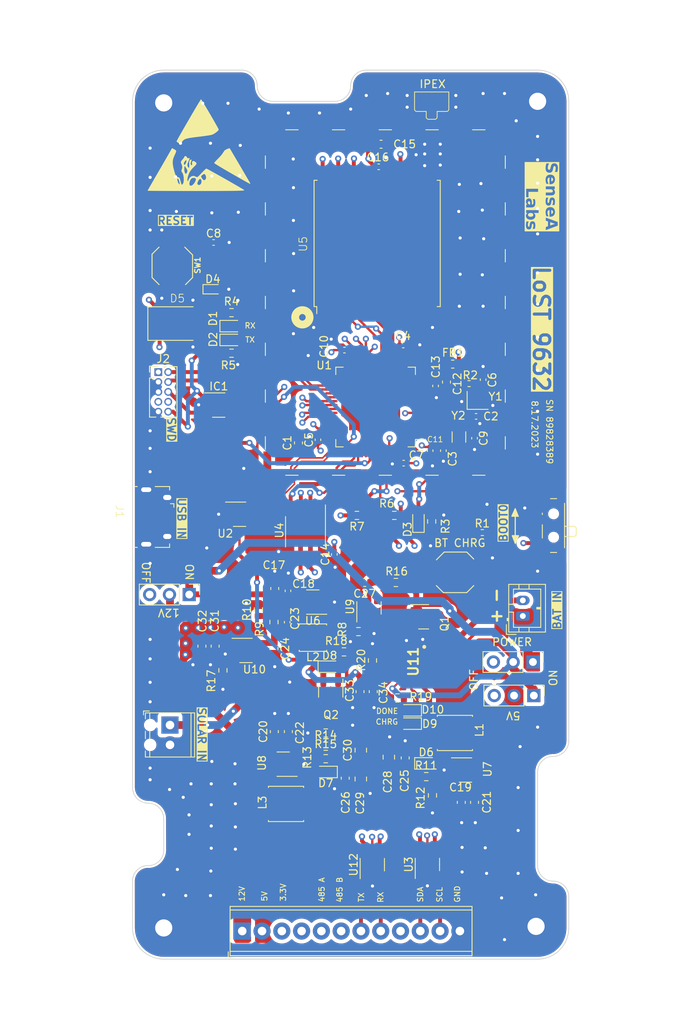
<source format=kicad_pcb>
(kicad_pcb (version 20221018) (generator pcbnew)
  (title_block (title "LoST 9632 Board") (date "2023-08-15") (rev "v1b") (company "SenseA Labs"))
  (layers (0 "F.Cu" signal) (1 "In1.Cu" signal) (2 "In2.Cu" signal) (31 "B.Cu" signal) (34 "B.Paste" user) (35 "F.Paste" user) (36 "B.SilkS" user "B.Silkscreen") (37 "F.SilkS" user "F.Silkscreen") (38 "B.Mask" user) (39 "F.Mask" user) (44 "Edge.Cuts" user))
  (net 0 "")
  (net 1 "+3V3")
  (net 2 "GND")
  (net 3 "/HSE_IN")
  (net 4 "/LSE_IN")
  (net 5 "Net-(C6-Pad1)")
  (net 6 "/NRST")
  (net 7 "/LSE_OUT")
  (net 8 "+3.3VA")
  (net 9 "/Power and Peripheral conn/VBAT")
  (net 10 "/Power and Peripheral conn/5V")
  (net 11 "/Power and Peripheral conn/12V")
  (net 12 "Net-(U10-EN)")
  (net 13 "/Power and Peripheral conn/FB")
  (net 14 "+5V")
  (net 15 "+12V")
  (net 16 "Net-(U9-VDD)")
  (net 17 "/Power and Peripheral conn/VSS")
  (net 18 "Net-(D8-K)")
  (net 19 "Net-(D1-K)")
  (net 20 "/RX_LED")
  (net 21 "Net-(D2-K)")
  (net 22 "/TX_LED")
  (net 23 "Net-(D3-K)")
  (net 24 "/STATUS_LED")
  (net 25 "Net-(D6-A)")
  (net 26 "Net-(D7-A)")
  (net 27 "VUSB")
  (net 28 "Net-(D9-K)")
  (net 29 "Net-(D10-A)")
  (net 30 "Net-(D10-K)")
  (net 31 "/SWO")
  (net 32 "/SWCLK")
  (net 33 "/SWDIO")
  (net 34 "/USB_CONN_D+")
  (net 35 "/USB_CONN_D-")
  (net 40 "/ANT")
  (net 41 "/Power and Peripheral conn/BAT_SW")
  (net 42 "Net-(J4-Pin_2)")
  (net 43 "/Power and Peripheral conn/VSOLAR")
  (net 45 "USART2_TX")
  (net 46 "USART2_RX")
  (net 47 "SDA_conn")
  (net 48 "SCL_conn")
  (net 50 "485_A")
  (net 51 "485_B")
  (net 55 "Net-(U6-LX)")
  (net 56 "/BOOT0")
  (net 57 "/HSE_OUT")
  (net 58 "/SCL_mcu")
  (net 59 "/SDA_mcu")
  (net 60 "Net-(U9-V-)")
  (net 61 "Net-(U7-FB)")
  (net 62 "Net-(U8-FB)")
  (net 63 "Net-(R14-Pad2)")
  (net 64 "Net-(U10-ISET)")
  (net 65 "Net-(U11-ISET)")
  (net 72 "/RST_RFM")
  (net 74 "/NSS")
  (net 75 "/SCK")
  (net 76 "/MISO")
  (net 77 "/MOSI")
  (net 80 "/DIO2")
  (net 81 "/DIO1")
  (net 82 "/DIO0")
  (net 83 "/DIO3")
  (net 89 "/DE")
  (net 90 "/~{RE}")
  (net 92 "/USB_D-")
  (net 93 "/USB_D+")
  (net 95 "/USART3_TX")
  (net 96 "/USART3_RX")
  (net 108 "/Power and Peripheral conn/USART2_TX_CONN")
  (net 109 "/Power and Peripheral conn/USART2_RX_CONN")
  (net 110 "Net-(BOOT0-B)")
  (footprint "Inductor_SMD:L_0603_1608Metric" (layer "F.Cu") (at 119.1 79.7 180)
    (fp_text reference "FB1")
    (fp_text value "600R@100MHz")
  )
  (footprint "Capacitor_SMD:C_0402_1005Metric" (layer "F.Cu") (at 109.6 54.4)
    (fp_text reference "C16")
    (fp_text value "100n")
  )
  (footprint "Package_TO_SOT_SMD:SOT-23-6" (layer "F.Cu") (at 91.7375 98.95)
    (fp_text reference "U2")
    (fp_text value "USBLC6-2SC6")
  )
  (footprint "Package_QFP:LQFP-64_10x10mm_P0.5mm" (layer "F.Cu") (at 109.2 85.2 180)
    (fp_text reference "U1")
    (fp_text value "STM32L443RCT6")
  )
  (footprint "Capacitor_SMD:C_0603_1608Metric" (layer "F.Cu") (at 105.3 132.8 -90)
    (fp_text reference "C26")
    (fp_text value "100n")
  )
  (footprint "Package_TO_SOT_SMD:SOT-23-6" (layer "F.Cu") (at 115.85 143.8625 90)
    (fp_text reference "U3")
    (fp_text value "USBLC6-2SC6")
  )
  (footprint "Resistor_SMD:R_0402_1005Metric" (layer "F.Cu") (at 121.2 82.2)
    (fp_text reference "R2")
    (fp_text value "47")
  )
  (footprint "Resistor_SMD:R_0603_1608Metric" (layer "F.Cu") (at 96.1525 112.775 90)
    (fp_text reference "R9")
    (fp_text value "68k")
  )
  (footprint "Capacitor_SMD:C_0402_1005Metric" (layer "F.Cu") (at 121.9 89.2 -90)
    (fp_text reference "C9")
    (fp_text value "5p")
  )
  (footprint "Button_Switch_SMD:SW_SPDT_PCM12" (layer "F.Cu") (at 131.725 100.4 90)
    (fp_text reference "BOOT0" hide)
    (fp_text value "SW_SPDT")
  )
  (footprint "Capacitor_SMD:C_0402_1005Metric" (layer "F.Cu") (at 103.9 104.1 90)
    (fp_text reference "C14")
    (fp_text value "100n")
  )
  (footprint "Connector_PinHeader_1.27mm:PinHeader_2x05_P1.27mm_Vertical" (layer "F.Cu") (at 81.305 80.72)
    (fp_text reference "J2")
    (fp_text value "SWD")
  )
  (footprint "LED_SMD:LED_0603_1608Metric" (layer "F.Cu") (at 113.6 124.1 180)
    (fp_text reference "D10")
    (fp_text value "GREEN")
  )
  (footprint "Capacitor_SMD:C_0603_1608Metric" (layer "F.Cu") (at 88.6 115.865 -90)
    (fp_text reference "C31")
    (fp_text value "100n")
  )
  (footprint "Inductor_SMD:L_Sunlord_SWPA4030S" (layer "F.Cu") (at 119.38 127 180)
    (fp_text reference "L1")
    (fp_text value "4u7")
  )
  (footprint "LED_SMD:LED_0603_1608Metric" (layer "F.Cu") (at 90.7 74.83)
    (fp_text reference "D1")
    (fp_text value "BLUE")
  )
  (footprint "Crystal:Crystal_SMD_2016-4Pin_2.0x1.6mm" (layer "F.Cu") (at 122.3 84.35)
    (fp_text reference "Y1")
    (fp_text value "X201632MKB4SI")
  )
  (footprint "Capacitor_SMD:C_0402_1005Metric" (layer "F.Cu") (at 88.4 64.1)
    (fp_text reference "C8")
    (fp_text value "100n")
  )
  (footprint "Capacitor_SMD:C_0603_1608Metric" (layer "F.Cu") (at 98 126.825 90)
    (fp_text reference "C22")
    (fp_text value "100n")
  )
  (footprint "Capacitor_SMD:C_0402_1005Metric" (layer "F.Cu") (at 123 81.7 90)
    (fp_text reference "C6")
    (fp_text value "8p")
  )
  (footprint "Capacitor_SMD:C_0805_2012Metric" (layer "F.Cu") (at 107.3 132.9 -90)
    (fp_text reference "C29")
    (fp_text value "47u")
  )
  (footprint "Connector_PinHeader_2.54mm:PinHeader_1x03_P2.54mm_Vertical" (layer "F.Cu") (at 129.4 117.9 -90)
    (fp_text reference "JP3" hide)
    (fp_text value "POWER")
  )
  (footprint "Capacitor_SMD:C_0603_1608Metric" (layer "F.Cu") (at 121.9 135.9 -90)
    (fp_text reference "C21")
    (fp_text value "100n")
  )
  (footprint "Capacitor_SMD:C_0402_1005Metric" (layer "F.Cu") (at 122.1 86.4)
    (fp_text reference "C2")
    (fp_text value "8p")
  )
  (footprint "Capacitor_SMD:C_0402_1005Metric" (layer "F.Cu") (at 112.75 77.25)
    (fp_text reference "C4")
    (fp_text value "100n")
  )
  (footprint "Resistor_SMD:R_0603_1608Metric" (layer "F.Cu") (at 89.6 118.965 -90)
    (fp_text reference "R17")
    (fp_text value "6k8")
  )
  (footprint "Capacitor_SMD:C_0603_1608Metric" (layer "F.Cu") (at 96.2525 108.475 90)
    (fp_text reference "C17")
    (fp_text value "4u7")
  )
  (footprint "Capacitor_SMD:C_0603_1608Metric" (layer "F.Cu") (at 113 130.2 90)
    (fp_text reference "C25")
    (fp_text value "1u")
  )
  (footprint "Package_SO:SOIC-8_3.9x4.9mm_P1.27mm" (layer "F.Cu") (at 100.2 101.2 -90)
    (fp_text reference "U4")
    (fp_text value "MAX3485")
  )
  (footprint "Package_TO_SOT_SMD:SOT-23" (layer "F.Cu") (at 103.44 121.7625 -90)
    (fp_text reference "Q2")
    (fp_text value "SI2301")
  )
  (footprint "Resistor_SMD:R_0603_1608Metric" (layer "F.Cu") (at 105.14 116.6)
    (fp_text reference "R18")
    (fp_text value "10k")
  )
  (footprint "Inductor_SMD:L_Sunlord_SWPA3015S" (layer "F.Cu") (at 101.1525 114.775 180)
    (fp_text reference "L2")
    (fp_text value "2u2")
  )
  (footprint "Collins_Custom_Libs:USB_B_Micro" (layer "F.Cu") (at 79.7525 98.62 -90)
    (fp_text reference "J1")
    (fp_text value "USB IN")
  )
  (footprint "Resistor_SMD:R_0603_1608Metric" (layer "F.Cu") (at 106.8 99.1 180)
    (fp_text reference "R7")
    (fp_text value "4k7")
  )
  (footprint "Connector_PinHeader_2.54mm:PinHeader_1x03_P2.54mm_Vertical" (layer "F.Cu") (at 85.275 109.25 -90)
    (fp_text reference "JP2" hide)
    (fp_text value "12V")
  )
  (footprint "Resistor_SMD:R_0603_1608Metric" (layer "F.Cu") (at 111.8 107.7 180)
    (fp_text reference "R16")
    (fp_text value "100R")
  )
  (footprint "Collins_Custom_Libs:SON50P300X300X90-9N-D" (layer "F.Cu") (at 114.046 117.856 -90)
    (fp_text reference "U11")
    (fp_text value "CN3065" hide)
  )
  (footprint "Diode_SMD:D_0603_1608Metric" (layer "F.Cu") (at 102.8 132 180)
    (fp_text reference "D7")
    (fp_text value "SK34")
  )
  (footprint "Resistor_SMD:R_0603_1608Metric" (layer "F.Cu") (at 94.1525 111.175 90)
    (fp_text reference "R10")
    (fp_text value "15k")
  )
  (footprint "MountingHole:MountingHole_2.2mm_M2_Pad" (layer "F.Cu") (at 130 46)
    (fp_text reference "H2" hide)
    (fp_text value "MountingHole_Pad" hide)
  )
  (footprint "MountingHole:MountingHole_2.2mm_M2_Pad" (layer "F.Cu") (at 82 152)
    (fp_text reference "H4" hide)
    (fp_text value "MountingHole_Pad" hide)
  )
  (footprint "Diode_SMD:D_SOD-523" (layer "F.Cu") (at 88.3 70.1)
    (fp_text reference "D4")
    (fp_text value "ESDALC6V1-1U2")
  )
  (footprint "Capacitor_SMD:C_0402_1005Metric" (layer "F.Cu") (at 116.9 82.5 -90)
    (fp_text reference "C13")
    (fp_text value "100n")
  )
  (footprint "Collins_Custom_Libs:GT-RF1125A-01G" (layer "F.Cu") (at 116.4 46)
    (fp_text reference "J3" hide)
    (fp_text value "Coax RF Conn" hide)
  )
  (footprint "Capacitor_SMD:C_0402_1005Metric" (layer "F.Cu") (at 112.8 92.4 180)
    (fp_text reference "C7")
    (fp_text value "100n")
  )
  (footprint "Collins_Custom_Libs:SMB" (layer "F.Cu") (at 83.74837 74.37567)
    (fp_text reference "D5")
    (fp_text value "SMLVT3V3")
  )
  (footprint "Package_TO_SOT_SMD:SOT-23" (layer "F.Cu") (at 115.3625 112.1)
    (fp_text reference "Q1")
    (fp_text value "AO3400A")
  )
  (footprint "Resistor_SMD:R_0402_1005Metric" (layer "F.Cu") (at 122.9 101.3)
    (fp_text reference "R1")
    (fp_text value "10k")
  )
  (footprint "Capacitor_SMD:C_0805_2012Metric" (layer "F.Cu") (at 110.9 130.1 90)
    (fp_text reference "C28")
    (fp_text value "47u")
  )
  (footprint "Resistor_SMD:R_0603_1608Metric" (layer "F.Cu") (at 107 114)
    (fp_text reference "R8")
    (fp_text value "1k")
  )
  (footprint "Capacitor_SMD:C_0603_1608Metric" (layer "F.Cu") (at 96.2 126.825 90)
    (fp_text reference "C20")
    (fp_text value "10u")
  )
  (footprint "Package_TO_SOT_SMD:SOT-23-6" (layer "F.Cu") (at 120.7375 131.75)
    (fp_text reference "U7")
    (fp_text value "MT3608")
  )
  (footprint "Capacitor_SMD:C_0402_1005Metric" (layer "F.Cu") (at 97.8525 112.795 90)
    (fp_text reference "C23")
    (fp_text value "68p")
  )
  (footprint "Collins_Custom_Libs:SW4-SMD-5.2X5.2X1.5MM" (layer "F.Cu") (at 83.1 67.1 -90)
    (fp_text reference "SW1")
    (fp_text value "SW_MEC_5E")
  )
  (footprint "Resistor_SMD:R_0603_1608Metric" (layer "F.Cu") (at 116.5 135 -90)
    (fp_text reference "R12")
    (fp_text value "20k")
  )
  (footprint "LED_SMD:LED_0603_1608Metric" (layer "F.Cu") (at 90.7 76.6)
    (fp_text reference "D2")
    (fp_text value "YELLOW")
  )
  (footprint "Resistor_SMD:R_0603_1608Metric" (layer "F.Cu") (at 102.8 130.3 180)
    (fp_text reference "R13")
    (fp_text value "200k")
  )
  (footprint "TerminalBlock_Phoenix:TerminalBlock_Phoenix_MPT-0,5-12-2.54_1x12_P2.54mm_Horizontal" (layer "F.Cu") (at 92.08 152.4)
    (fp_text reference "J6" hide)
    (fp_text value "Screw_Terminal_01x12")
  )
  (footprint "Crystal:Crystal_SMD_3215-2Pin_3.2x1.5mm" (layer "F.Cu") (at 119.9 89.05 -90)
    (fp_text reference "Y2")
    (fp_text value "FC31M2-32.768-N07LLDTL")
  )
  (footprint "Package_TO_SOT_SMD:SOT-23-6" (layer "F.Cu") (at 108.35 110.9625 90)
    (fp_text reference "U9")
    (fp_text value "DW06D")
  )
  (footprint "Connector_PinHeader_2.54mm:PinHeader_1x03_P2.54mm_Vertical" (layer "F.Cu") (at 129.515 122.2 -90)
    (fp_text reference "JP1" hide)
    (fp_text value "5V")
  )
  (footprint "Resistor_SMD:R_0603_1608Metric" (layer "F.Cu") (at 115.7 132.6)
    (fp_text reference "R11")
    (fp_text value "150k")
  )
  (footprint "Resistor_SMD:R_0603_1608Metric" (layer "F.Cu") (at 102.8 127 180)
    (fp_text reference "R15")
    (fp_text value "510")
  )
  (footprint "Resistor_SMD:R_0603_1608Metric" (layer "F.Cu") (at 112 122.5)
    (fp_text reference "R19")
    (fp_text value "10k")
  )
  (footprint "Capacitor_SMD:C_0805_2012Metric" (layer "F.Cu") (at 107.3 129.2 90)
    (fp_text reference "C30")
    (fp_text value "47u")
  )
  (footprint "Capacitor_SMD:C_0402_1005Metric" (layer "F.Cu") (at 105.2 77.9)
    (fp_text reference "C10")
    (fp_text value "100n")
  )
  (footprint "Collins_Custom_Libs:SW4-SMD-5.2X5.2X1.5MM" (layer "F.Cu") (at 119.4 106.4)
    (fp_text reference "BT_CHRG1" hide)
    (fp_text value "SW_MEC_5E" hide)
  )
  (footprint "Diode_SMD:D_0603_1608Metric" (layer "F.Cu") (at 115.7 130.9)
    (fp_text reference "D6")
    (fp_text value "SS34")
  )
  (footprint "Capacitor_SMD:C_0402_1005Metric" (layer "F.Cu") (at 101.8 89.4 90)
    (fp_text reference "C5")
    (fp_text value "100n")
  )
  (footprint "Resistor_SMD:R_0603_1608Metric" (layer "F.Cu") (at 90.7 78.3)
    (fp_text reference "R5")
    (fp_text value "1k5")
  )
  (footprint "Package_TO_SOT_SMD:SOT-23-5" (layer "F.Cu") (at 92.5625 116.415)
    (fp_text reference "U10")
    (fp_text value "SY6280")
  )
  (footprint "Package_TO_SOT_SMD:SOT-23-5" (layer "F.Cu") (at 101.1375 110.215 180)
    (fp_text reference "U6")
    (fp_text value "RT8059")
  )
  (footprint "Resistor_SMD:R_0603_1608Metric" (layer "F.Cu") (at 111.6 99.1)
    (fp_text reference "R6")
    (fp_text value "4k7")
  )
  (footprint "Capacitor_SMD:C_0603_1608Metric" (layer "F.Cu") (at 118.3 82 -90)
    (fp_text reference "C12")
    (fp_text value "4u7")
  )
  (footprint "Collins_Custom_Libs:esc symbol" (layer "F.Cu") (at 86.525 51.575)
    (fp_text reference "G***" hide)
    (fp_text value "LOGO" hide)
  )
  (footprint "Capacitor_SMD:C_0603_1608Metric" (layer "F.Cu") (at 108.9 121.7 -90)
    (fp_text reference "C34")
    (fp_text value "100n")
  )
  (footprint "Package_TO_SOT_SMD:SOT-23-6" (layer "F.Cu") (at 97.3375 131 180)
    (fp_text reference "U8")
    (fp_text value "MT3608")
  )
  (footprint "Resistor_SMD:R_0603_1608Metric" (layer "F.Cu") (at 102.8 128.7)
    (fp_text reference "R14")
    (fp_text value "10k")
  )
  (footprint "Capacitor_SMD:C_0603_1608Metric" (layer "F.Cu") (at 120.2 135.9 -90)
    (fp_text reference "C19")
    (fp_text value "10u")
  )
  (footprint "Connector_JST:JST_PH_B2B-PH-K_1x02_P2.00mm_Vertical" (layer "F.Cu") (at 128.1 112 90)
    (fp_text reference "J4" hide)
    (fp_text value "BAT IN")
  )
  (footprint "Diode_SMD:D_0603_1608Metric" (layer "F.Cu") (at 103.3 118.5)
    (fp_text reference "D8")
    (fp_text value "SK34")
  )
  (footprint "Capacitor_SMD:C_0402_1005Metric" (layer "F.Cu") (at 97.9525 108.775 90)
    (fp_text reference "C18")
    (fp_text value "100n")
  )
  (footprint "Capacitor_SMD:C_0603_1608Metric" (layer "F.Cu") (at 107.8 107.7 180)
    (fp_text reference "C27")
    (fp_text value "100n")
  )
  (footprint "RF_Shielding:Laird_Technologies_BMI-S-210-F_44.00x30.50mm" (layer "F.Cu") (at 110.45 71.8 90)
    (fp_text reference "REF**" hide)
    (fp_text value "Laird_Technologies_BMI-S-210-F_44.00x30.50mm")
  )
  (footprint "Resistor_SMD:R_0603_1608Metric" (layer "F.Cu") (at 90.7 73.1)
    (fp_text reference "R4")
    (fp_text value "1k5")
  )
  (footprint "Capacitor_SMD:C_0603_1608Metric" (layer "F.Cu") (at 86.9 115.865 -90)
    (fp_text reference "C32")
    (fp_text value "10u")
  )
  (footprint "Capacitor_SMD:C_0402_1005Metric" (layer "F.Cu") (at 117.9 90.8 -90)
    (fp_text reference "C3")
    (fp_text value "5p")
  )
  (footprint "LED_SMD:LED_0603_1608Metric" (layer "F.Cu") (at 113.6 125.8 180)
    (fp_text reference "D9")
    (fp_text value "RED")
  )
  (footprint "Resistor_SMD:R_0603_1608Metric" (layer "F.Cu") (at 116.4 99.875 90)
    (fp_text reference "R3")
    (fp_text value "1k5")
  )
  (footprint "Capacitor_SMD:C_0603_1608Metric" (layer "F.Cu") (at 99.3 89.8 90)
    (fp_text reference "C1")
    (fp_text value "4u7")
  )
  (footprint "Capacitor_SMD:C_0603_1608Metric" (layer "F.Cu") (at 107.2 121.7 -90)
    (fp_text reference "C33")
    (fp_text value "10u")
  )
  (footprint "Inductor_SMD:L_Sunlord_SWPA4030S" (layer "F.Cu") (at 97.7 136.1)
    (fp_text reference "L3")
    (fp_text value "4u7")
  )
  (footprint "Capacitor_SMD:C_0402_1005Metric" (layer "F.Cu") (at 116.2 90.8 -90)
    (fp_text reference "C11")
    (fp_text value "100n")
  )
  (footprint "TerminalBlock_Phoenix:TerminalBlock_Phoenix_MPT-0,5-2-2.54_1x02_P2.54mm_Horizontal" (layer "F.Cu") (at 82.804 125.984 -90)
    (fp_text reference "J5" hide)
    (fp_text value "SOLAR IN")
  )
  (footprint "Capacitor_SMD:C_0603_1608Metric" (layer "F.Cu") (at 96.1525 116.175 -90)
    (fp_text reference "C24")
    (fp_text value "10u")
  )
  (footprint "Package_TO_SOT_SMD:SOT-23-5" (layer "F.Cu") (at 89.0625 84.95)
    (fp_text reference "IC1")
    (fp_text value "ESDALC6V1W5")
  )
  (footprint "Package_TO_SOT_SMD:SOT-23-6" (layer "F.Cu") (at 108.775 143.8875 90)
    (fp_text reference "U12")
    (fp_text value "USBLC6-2SC6")
  )
  (footprint "MountingHole:MountingHole_2.2mm_M2_Pad" (layer "F.Cu") (at 82 46.2)
    (fp_text reference "H3" hide)
    (fp_text value "MountingHole_Pad" hide)
  )
  (footprint "Collins_Custom_Libs:HOPERF_RFM9X" (layer "F.Cu") (at 109.4 64.3 90)
    (fp_text reference "U5")
    (fp_text value "RFM95W-868S2")
  )
  (footprint "LED_SMD:LED_0603_1608Metric" (layer "F.Cu") (at 114.7 99.7875 90)
    (fp_text reference "D3")
    (fp_text value "RED")
  )
  (footprint "Resistor_SMD:R_0603_1608Metric" (layer "F.Cu") (at 108.8 117.7 90)
    (fp_text reference "R20")
    (fp_text value "2k")
  )
  (footprint "Capacitor_SMD:C_0603_1608Metric" (layer "F.Cu") (at 109.9 51.5)
    (fp_text reference "C15")
    (fp_text value "4u7")
  )
  (footprint "MountingHole:MountingHole_2.2mm_M2_Pad" (layer "F.Cu") (at 129.8 151.8)
    (fp_text reference "H1" hide)
    (fp_text value "MountingHole_Pad" hide)
  )
  (gr_poly (pts (xy 127.125 98.25) (xy 127.5 99.2) (xy 126.7 99.2)) (stroke (width 0.15)) (fill solid) (layer "F.SilkS"))
  (gr_line (start 127.125 98.25) (end 127.125 102.65) (stroke (width 0.15)) (layer "F.SilkS"))
  (gr_poly (pts (xy 127.125 102.65) (xy 126.75 101.7) (xy 127.55 101.7)) (stroke (width 0.15)) (fill solid) (layer "F.SilkS"))
  (gr_arc (start 92 42) (mid 93.414214 42.585786) (end 94 44) (stroke (width 0.1)) (layer "Edge.Cuts"))
  (gr_arc (start 80 136) (mid 78.585786 135.414214) (end 78 134) (stroke (width 0.1)) (layer "Edge.Cuts"))
  (gr_arc (start 134 128) (mid 133.414214 129.414214) (end 132 130) (stroke (width 0.1)) (layer "Edge.Cuts"))
  (gr_arc (start 132 146) (mid 130.585786 145.414214) (end 130 144) (stroke (width 0.1)) (layer "Edge.Cuts"))
  (gr_arc (start 77.990025 146) (mid 78.509699 144.651296) (end 79.8 144) (stroke (width 0.1)) (layer "Edge.Cuts"))
  (gr_line (start 134 46) (end 134 128) (stroke (width 0.1)) (layer "Edge.Cuts"))
  (gr_line (start 108 42) (end 130 42) (stroke (width 0.1)) (layer "Edge.Cuts"))
  (gr_arc (start 130 132) (mid 130.585786 130.585786) (end 132 130) (stroke (width 0.1)) (layer "Edge.Cuts"))
  (gr_arc (start 130 42) (mid 132.828427 43.171573) (end 134 46) (stroke (width 0.1)) (layer "Edge.Cuts"))
  (gr_arc (start 96 46) (mid 94.585786 45.414214) (end 94 44) (stroke (width 0.1)) (layer "Edge.Cuts"))
  (gr_line (start 82 42) (end 92 42) (stroke (width 0.1)) (layer "Edge.Cuts"))
  (gr_arc (start 106 44) (mid 106.585786 42.585786) (end 108 42) (stroke (width 0.1)) (layer "Edge.Cuts"))
  (gr_line (start 96 46) (end 104 46) (stroke (width 0.1)) (layer "Edge.Cuts"))
  (gr_line (start 78 134) (end 78 46) (stroke (width 0.1)) (layer "Edge.Cuts"))
  (gr_line (start 82.009975 142) (end 82 138) (stroke (width 0.1)) (layer "Edge.Cuts"))
  (gr_line (start 134 152) (end 134 148) (stroke (width 0.1)) (layer "Edge.Cuts"))
  (gr_line (start 130 144) (end 130 132) (stroke (width 0.1)) (layer "Edge.Cuts"))
  (gr_arc (start 80 136) (mid 81.414214 136.585786) (end 82 138) (stroke (width 0.1)) (layer "Edge.Cuts"))
  (gr_arc (start 106 44) (mid 105.414214 45.414214) (end 104 46) (stroke (width 0.1)) (layer "Edge.Cuts"))
  (gr_arc (start 78 46) (mid 79.171573 43.171573) (end 82 42) (stroke (width 0.1)) (layer "Edge.Cuts"))
  (gr_line (start 77.990025 146) (end 78 152) (stroke (width 0.1)) (layer "Edge.Cuts"))
  (gr_line (start 82 156) (end 130 156) (stroke (width 0.1)) (layer "Edge.Cuts"))
  (gr_arc (start 132 146) (mid 133.414214 146.585786) (end 134 148) (stroke (width 0.1)) (layer "Edge.Cuts"))
  (gr_arc (start 82.009975 142) (mid 81.348704 143.490301) (end 79.8 144) (stroke (width 0.1)) (layer "Edge.Cuts"))
  (gr_arc (start 134 152) (mid 132.828427 154.828427) (end 130 156) (stroke (width 0.1)) (layer "Edge.Cuts"))
  (gr_arc (start 82 156) (mid 79.171573 154.828427) (end 78 152) (stroke (width 0.1)) (layer "Edge.Cuts"))
  (gr_text "RESET" (at 81.1 61.9) (layer "F.SilkS" knockout) (effects (font (size 1 1) (thickness 0.2) bold) (justify left bottom)))
  (gr_text "485 A" (at 102.7 148.75 90) (layer "F.SilkS") (effects (font (size 0.7 0.7) (thickness 0.12) bold) (justify left bottom)))
  (gr_text "SenseA\nLabs" (at 128.275 62.525 270) (layer "F.SilkS" knockout) (effects (font (size 1.5 1.5) (thickness 0.26) bold) (justify right bottom)))
  (gr_text "BOOT0" (at 126.2 102.625 90) (layer "F.SilkS" knockout) (effects (font (size 1 1) (thickness 0.2) bold) (justify left bottom)))
  (gr_text "SN 89828389" (at 131.05 84.125 270) (layer "F.SilkS") (effects (font (size 0.8 0.8) (thickness 0.12) bold) (justify left bottom)))
  (gr_text "3.3V" (at 97.75 148.65 90) (layer "F.SilkS") (effects (font (size 0.7 0.7) (thickness 0.12) bold) (justify left bottom)))
  (gr_text "BAT IN" (at 133.1 113.825 90) (layer "F.SilkS" knockout) (effects (font (size 1 1) (thickness 0.2) bold) (justify left bottom)))
  (gr_text "SCL" (at 117.825 148.775 90) (layer "F.SilkS") (effects (font (size 0.7 0.7) (thickness 0.12) bold) (justify left bottom)))
  (gr_text "ON" (at 84.7 105.225 270) (layer "F.SilkS") (effects (font (size 1 1)) (justify left bottom)))
  (gr_text "5V" (at 95.35 148.65 90) (layer "F.SilkS") (effects (font (size 0.7 0.7) (thickness 0.12) bold) (justify left bottom)))
  (gr_text "DONE" (at 109.2 124.6) (layer "F.SilkS") (effects (font (size 0.7 0.7) (thickness 0.12) bold) (justify left bottom)))
  (gr_text "ON" (at 132.6 121.075 90) (layer "F.SilkS") (effects (font (size 1 1)) (justify left bottom)))
  (gr_text "BT CHRG" (at 116.625 103.225) (layer "F.SilkS") (effects (font (size 1 1)) (justify left bottom)))
  (gr_text "+" (at 123.65 112.8) (layer "F.SilkS") (effects (font (size 1.5 1.5) (thickness 0.3) bold) (justify left bottom)))
  (gr_text "POWER" (at 124.075 115.925) (layer "F.SilkS") (effects (font (size 1 1)) (justify left bottom)))
  (gr_text "LoST 9632" (at 129.3 66.925 270) (layer "F.SilkS" knockout) (effects (font (size 2 2) (thickness 0.4) bold) (justify left bottom)))
  (gr_text "GND" (at 120.1 148.8 90) (layer "F.SilkS") (effects (font (size 0.7 0.7) (thickness 0.12) bold) (justify left bottom)))
  (gr_text "TX" (at 107.775 148.75 90) (layer "F.SilkS") (effects (font (size 0.7 0.7) (thickness 0.12) bold) (justify left bottom)))
  (gr_text "12V" (at 84.125 111 180) (layer "F.SilkS") (effects (font (size 1 1)) (justify left bottom)))
  (gr_text "12V" (at 92.45 148.675 90) (layer "F.SilkS") (effects (font (size 0.7 0.7) (thickness 0.12) bold) (justify left bottom)))
  (gr_text "CHRG" (at 109.15 125.975) (layer "F.SilkS") (effects (font (size 0.7 0.7) (thickness 0.12) bold) (justify left bottom)))
  (gr_text "485 B" (at 105 148.8 90) (layer "F.SilkS") (effects (font (size 0.7 0.7) (thickness 0.12) bold) (justify left bottom)))
  (gr_text "OFF" (at 79.125 104.975 -90) (layer "F.SilkS") (effects (font (size 1 1)) (justify left bottom)))
  (gr_text "IPEX" (at 114.75 44.375) (layer "F.SilkS") (effects (font (size 1 1)) (justify left bottom)))
  (gr_text "RX" (at 110.25 148.825 90) (layer "F.SilkS") (effects (font (size 0.7 0.7) (thickness 0.12) bold) (justify left bottom)))
  (gr_text "OFF" (at 122.4 121.65 90) (layer "F.SilkS") (effects (font (size 1 1)) (justify left bottom)))
  (gr_text "8.17.2023" (at 129.15 84.3 270) (layer "F.SilkS") (effects (font (size 0.8 0.8) (thickness 0.12) bold) (justify left bottom)))
  (gr_text "5V" (at 127.875 124.175 180) (layer "F.SilkS") (effects (font (size 1 1)) (justify left bottom)))
  (gr_text "-" (at 125.525 110.475 90) (layer "F.SilkS") (effects (font (size 1.5 1.5) (thickness 0.3) bold) (justify left bottom)))
  (gr_text "SWD" (at 82.4 86.4 270) (layer "F.SilkS" knockout) (effects (font (size 1 1) (thickness 0.2) bold) (justify left bottom)))
  (gr_text "TX" (at 92.4 76.975) (layer "F.SilkS") (effects (font (size 0.7 0.7) (thickness 0.12) bold) (justify left bottom)))
  (gr_text "USB IN" (at 83.7 96.725 270) (layer "F.SilkS" knockout) (effects (font (size 1 1) (thickness 0.2) bold) (justify left bottom)))
  (gr_text "SOLAR IN" (at 86.3 123.6 -90) (layer "F.SilkS" knockout) (effects (font (size 1 1) (thickness 0.2) bold) (justify left bottom)))
  (gr_text "RX" (at 92.325 75.175) (layer "F.SilkS") (effects (font (size 0.7 0.7) (thickness 0.12) bold) (justify left bottom)))
  (gr_text "SDA" (at 115.35 148.775 90) (layer "F.SilkS") (effects (font (size 0.7 0.7) (thickness 0.12) bold) (justify left bottom)))
  (segment (start 108.775 140.35) (end 108.75 140.325) (width 0.3) (layer "F.Cu") (net 1))
  (segment (start 109.125 51.5) (end 108.925 51.5) (width 0.508) (layer "F.Cu") (net 1))
  (segment (start 104.72 78.795) (end 105.45 79.525) (width 0.3) (layer "F.Cu") (net 1))
  (segment (start 112.27 76.255) (end 112.270615 76.254385) (width 0.3) (layer "F.Cu") (net 1))
  (segment (start 111.95 77.57) (end 112.27 77.25) (width 0.3) (layer "F.Cu") (net 1))
  (segment (start 112.425 99.1) (end 112.425 97.6) (width 0.508) (layer "F.Cu") (net 1))
  (segment (start 108.225 52.2) (end 108.225 53.3) (width 0.508) (layer "F.Cu") (net 1))
  (segment (start 108.4 55.12) (end 109.12 54.4) (width 0.508) (layer "F.Cu") (net 1))
  (segment (start 101.105 90.575) (end 101.8 89.88) (width 0.3) (layer "F.Cu") (net 1))
  (segment (start 108.275 53.555) (end 108.275 53.35) (width 0.508) (layer "F.Cu") (net 1))
  (segment (start 108.4 56.7) (end 108.4 55.12) (width 0.508) (layer "F.Cu") (net 1))
  (segment (start 115.62 88.95) (end 116.2 89.53) (width 0.3) (layer "F.Cu") (net 1))
  (segment (start 101.8 90.45) (end 102.15 90.8) (width 0.3) (layer "F.Cu") (net 1))
  (segment (start 99.3 90.575) (end 101.105 90.575) (width 0.3) (layer "F.Cu") (net 1))
  (segment (start 108.925 51.5) (end 108.225 52.2) (width 0.508) (layer "F.Cu") (net 1))
  (segment (start 102.144 89.88) (end 103.074 88.95) (width 0.3) (layer "F.Cu") (net 1))
  (segment (start 115.825 140.15) (end 115.823018 140.151982) (width 0.3) (layer "F.Cu") (net 1))
  (segment (start 113.28 92.4) (end 114.4 92.4) (width 0.3) (layer "F.Cu") (net 1))
  (segment (start 116.2 90.32) (end 115.32 90.32) (width 0.3) (layer "F.Cu") (net 1))
  (segment (start 81.4725 77.5025) (end 81.45 77.525) (width 0.508) (layer "F.Cu") (net 1))
  (segment (start 108.775 142.75) (end 108.775 140.35) (width 0.3) (layer "F.Cu") (net 1))
  (segment (start 115.85 142.725) (end 115.85 140.175) (width 0.3) (layer "F.Cu") (net 1))
  (segment (start 108.225 53.3) (end 108.275 53.35) (width 0.508) (layer "F.Cu") (net 1))
  (segment (start 104.72 77.9) (end 104.72 78.795) (width 0.3) (layer "F.Cu") (net 1))
  (segment (start 103.9 103.62) (end 103.9 102.5) (width 0.5) (layer "F.Cu") (net 1))
  (segment (start 103.8 77.9) (end 103.525 78.175) (width 0.3) (layer "F.Cu") (net 1))
  (segment (start 114.4 92.4) (end 114.425 92.425) (width 0.3) (layer "F.Cu") (net 1))
  (segment (start 81.4725 74.5) (end 81.4725 72.8225) (width 0.508) (layer "F.Cu") (net 1))
  (segment (start 114.875 88.95) (end 115.62 88.95) (width 0.3) (layer "F.Cu") (net 1))
  (segment (start 112.270615 76.254385) (end 112.23062 76.254385) (width 0.3) (layer "F.Cu") (net 1))
  (segment (start 115.32 90.32) (end 115.125 90.125) (width 0.3) (layer "F.Cu") (net 1))
  (segment (start 115.85 140.175) (end 115.825 140.15) (width 0.3) (layer "F.Cu") (net 1))
  (segment (start 109.12 54.4) (end 108.275 53.555) (width 0.508) (layer "F.Cu") (net 1))
  (segment (start 119.8875 78.2125) (end 119.85 78.175) (width 0.508) (layer "F.Cu") (net 1))
  (segment (start 112.95 92.07) (end 113.28 92.4) (width 0.3) (layer "F.Cu") (net 1))
  (segment (start 115.823018 140.151982) (end 115.81212 140.151982) (width 0.3) (layer "F.Cu") (net 1))
  (segment (start 105.975 99.1) (end 104.7 99.1) (width 0.508) (layer "F.Cu") (net 1))
  (segment (start 101.8 89.88) (end 102.144 89.88) (width 0.3) (layer "F.Cu") (net 1))
  (segment (start 81.4725 74.5) (end 81.4725 77.5025) (width 0.508) (layer "F.Cu") (net 1))
  (segment (start 102.105 103.675) (end 103.845 103.675) (width 0.5) (layer "F.Cu") (net 1))
  (segment (start 111.95 79.525) (end 111.95 77.57) (width 0.3) (layer "F.Cu") (net 1))
  (segment (start 116.2 89.53) (end 116.2 90.32) (width 0.3) (layer "F.Cu") (net 1))
  (segment (start 119.8875 79.7) (end 119.8875 78.2125) (width 0.508) (layer "F.Cu") (net 1))
  (segment (start 130.295 102.65) (end 128.175 102.65) (width 0.508) (layer "F.Cu") (net 1))
  (segment (start 104.72 77.9) (end 103.8 77.9) (width 0.3) (layer "F.Cu") (net 1))
  (segment (start 103.845 103.675) (end 103.9 103.62) (width 0.5) (layer "F.Cu") (net 1))
  (segment (start 101.8 89.88) (end 101.8 90.45) (width 0.3) (layer "F.Cu") (net 1))
  (segment (start 112.27 77.25) (end 112.27 76.255) (width 0.3) (layer "F.Cu") (net 1))
  (segment (start 81.4725 72.8225) (end 80.1 71.45) (width 0.508) (layer "F.Cu") (net 1))
  (segment (start 112.95 90.875) (end 112.95 92.07) (width 0.3) (layer "F.Cu") (net 1))
  (segment (start 103.074 88.95) (end 103.525 88.95) (width 0.3) (layer "F.Cu") (net 1))
  (via (at 80.1 71.45) (size 0.8) (drill 0.4) (layers "F.Cu" "B.Cu") (net 1))
  (via (at 112.425 97.6) (size 0.8) (drill 0.4) (layers "F.Cu" "B.Cu") (net 1))
  (via (at 104.7 99.1) (size 0.8) (drill 0.4) (layers "F.Cu" "B.Cu") (net 1))
  (via (at 114.425 92.425) (size 0.8) (drill 0.4) (layers "F.Cu" "B.Cu") (net 1))
  (via (at 91.525 113.5) (size 0.8) (drill 0.4) (layers "F.Cu" "B.Cu") (net 1))
  (via (at 115.81212 140.151982) (size 0.8) (drill 0.4) (layers "F.Cu" "B.Cu") (net 1))
  (via (at 128.175 102.65) (size 0.8) (drill 0.4) (layers "F.Cu" "B.Cu") (net 1))
  (via (at 112.23062 76.254385) (size 0.8) (drill 0.4) (layers "F.Cu" "B.Cu") (net 1))
  (via (at 89.75 113.425) (size 0.8) (drill 0.4) (layers "F.Cu" "B.Cu") (net 1))
  (via (at 84.825 113.55) (size 0.8) (drill 0.4) (layers "F.Cu" "B.Cu") (net 1))
  (via (at 103.9 102.5) (size 0.8) (drill 0.4) (layers "F.Cu" "B.Cu") (net 1))
  (via (at 86.4 113.525) (size 0.8) (drill 0.4) (layers "F.Cu" "B.Cu") (net 1))
  (via (at 84.8 115.5) (size 0.8) (drill 0.4) (layers "F.Cu" "B.Cu") (net 1))
  (via (at 108.275 53.35) (size 0.8) (drill 0.4) (layers "F.Cu" "B.Cu") (net 1))
  (via (at 103.525 78.175) (size 0.8) (drill 0.4) (layers "F.Cu" "B.Cu") (net 1))
  (via (at 108.75 140.325) (size 0.8) (drill 0.4) (layers "F.Cu" "B.Cu") (net 1))
  (via (at 115.125 90.125) (size 0.8) (drill 0.4) (layers "F.Cu" "B.Cu") (net 1))
  (via (at 102.15 90.8) (size 0.8) (drill 0.4) (layers "F.Cu" "B.Cu") (net 1))
  (via (at 81.45 77.525) (size 0.8) (drill 0.4) (layers "F.Cu" "B.Cu") (net 1))
  (via (at 119.85 78.175) (size 0.8) (drill 0.4) (layers "F.Cu" "B.Cu") (net 1))
  (via (at 84.775 116.95) (size 0.8) (drill 0.4) (layers "F.Cu" "B.Cu") (net 1))
  (via (at 87.975 113.475) (size 0.8) (drill 0.4) (layers "F.Cu" "B.Cu") (net 1))
  (segment (start 79.7525 100.3) (end 79.7525 102.2) (width 1) (layer "F.Cu") (net 2))
  (segment (start 89.6 119.79) (end 89.6 121.4) (width 0.508) (layer "F.Cu") (net 2))
  (segment (start 105.95 78.17) (end 105.95 79.525) (width 0.3) (layer "F.Cu") (net 2))
  (segment (start 90.5 64) (end 90.4 64.1) (width 0.3) (layer "F.Cu") (net 2))
  (segment (start 96.825 103.675) (end 96.75 103.75) (width 0.75) (layer "F.Cu") (net 2))
  (segment (start 108.5 134.75) (end 107.6 133.85) (width 0.75) (layer "F.Cu") (net 2))
  (segment (start 101.8 88.92) (end 102.27 88.45) (width 0.3) (layer "F.Cu") (net 2))
  (segment (start 108.35 113.475) (end 107.825 114) (width 0.75) (layer "F.Cu") (net 2))
  (segment (start 96.1525 118.4025) (end 96.25 118.5) (width 0.508) (layer "F.Cu") (net 2))
  (segment (start 103.9 104.58) (end 103.9 105.65) (width 0.5) (layer "F.Cu") (net 2))
  (segment (start 88.6 117.65) (end 88 118.25) (width 0.508) (layer "F.Cu") (net 2))
  (segment (start 116.4 103.15) (end 116.25 103) (width 0.508) (layer "F.Cu") (net 2))
  (segment (start 121.9 138.4) (end 122 138.5) (width 0.508) (layer "F.Cu") (net 2))
  (segment (start 116.4 99.05) (end 117.95 99.05) (width 0.508) (layer "F.Cu") (net 2))
  (segment (start 122.58 87.33) (end 122.58 86.4) (width 0.3) (layer "F.Cu") (net 2))
  (segment (start 79.7525 98.3) (end 79.7525 96.4) (width 1) (layer "F.Cu") (net 2))
  (segment (start 105.68 77.9) (end 105.95 78.17) (width 0.3) (layer "F.Cu") (net 2))
  (segment (start 119.6 131.75) (end 118 131.75) (width 0.508) (layer "F.Cu") (net 2))
  (segment (start 105.68 77.857035) (end 105.026965 77.204) (width 0.3) (layer "F.Cu") (net 2))
  (segment (start 89 70.1) (end 90.35 70.1) (width 0.5) (layer "F.Cu") (net 2))
  (segment (start 91.525 79.725) (end 91.5 79.75) (width 0.3) (layer "F.Cu") (net 2))
  (segment (start 130.295 98.15) (end 128.35 98.15) (width 0.508) (layer "F.Cu") (net 2))
  (segment (start 116.2 91.28) (end 116.2 92.45) (width 0.3) (layer "F.Cu") (net 2))
  (segment (start 97.9525 108.295) (end 97.9525 106.5475) (width 0.75) (layer "F.Cu") (net 2))
  (segment (start 98.295 103.675) (end 96.825 103.675) (width 0.75) (layer "F.Cu") (net 2))
  (segment (start 104.204 77.204) (end 103.5 76.5) (width 0.3) (layer "F.Cu") (net 2))
  (segment (start 86.416023 84.916023) (end 86.483977 84.916023) (width 0.3) (layer "F.Cu") (net 2))
  (segment (start 98 126.05) (end 98 124.5) (width 0.75) (layer "F.Cu") (net 2))
  (segment (start 121.6 83.8) (end 120.95 83.8) (width 0.3) (layer "F.Cu") (net 2))
  (segment (start 113 129.425) (end 113 128) (width 0.508) (layer "F.Cu") (net 2))
  (segment (start 102.27 88.45) (end 103.525 88.45) (width 0.3) (layer "F.Cu") (net 2))
  (segment (start 124.15 84.9) (end 124.25 85) (width 0.3) (layer "F.Cu") (net 2))
  (segment (start 108.9 123.65) (end 109 123.75) (width 0.75) (layer "F.Cu") (net 2))
  (segment (start 89.9 116.875) (end 90.36 116.415) (width 0.508) (layer "F.Cu") (net 2))
  (segment (start 113.796 116.356) (end 113.796 115.77885) (width 0.254) (layer "F.Cu") (net 2))
  (segment (start 86.45 84.95) (end 86.416023 84.916023) (width 0.3) (layer "F.Cu") (net 2))
  (segment (start 101.695 89.025) (end 101.8 88.92) (width 0.3) (layer "F.Cu") (net 2))
  (segment (start 123 84.9) (end 124.15 84.9) (width 0.3) (layer "F.Cu") (net 2))
  (segment (start 116.9 82.98) (end 117 83.08) (width 0.3) (layer "F.Cu") (net 2))
  (segment (start 103.965 110.215) (end 104 110.25) (width 0.75) (layer "F.Cu") (net 2))
  (segment (start 89 99) (end 89.05 98.95) (width 0.5) (layer "F.Cu") (net 2))
  (segment (start 117.9 91.28) (end 117.9 92.15) (width 0.3) (layer "F.Cu") (net 2))
  (segment (start 101.975 127) (end 100.5 127) (width 0.75) (layer "F.Cu") (net 2))
  (segment (start 114.875 83.45) (end 116.43 83.45) (width 0.3) (layer "F.Cu") (net 2))
  (segment (start 107.825 114) (end 108.075 114.25) (width 0.75) (layer "F.Cu") (net 2))
  (segment (start 92.5 110.25) (end 92.6 110.35) (width 0.75) (layer "F.Cu") (net 2))
  (segment (start 116.43 83.45) (end 116.9 82.98) (width 0.3) (layer "F.Cu") (net 2))
  (segment (start 90.6 98.95) (end 89.05 98.95) (width 0.5) (layer "F.Cu") (net 2))
  (segment (start 120.2 136.675) (end 120.2 138.45) (width 0.508) (layer "F.Cu") (net 2))
  (segment (start 112.45 79.525) (end 112.45 78.072965) (width 0.3) (layer "F.Cu") (net 2))
  (segment (start 118.3 82.775) (end 117.105 82.775) (width 0.3) (layer "F.Cu") (net 2))
  (segment (start 105.68 77.9) (end 105.68 77.857035) (width 0.3) (layer "F.Cu") (net 2))
  (segment (start 85.7725 77.4775) (end 85.75 77.5) (width 0.3) (layer "F.Cu") (net 2))
  (segment (start 107.3 128.25) (end 107.3 127.05) (width 0.75) (layer "F.Cu") (net 2))
  (segment (start 94.1525 110.35) (end 92.6 110.35) (width 0.75) (layer "F.Cu") (net 2))
  (segment (start 102.275 110.215) (end 103.965 110.215) (width 0.75) (layer "F.Cu") (net 2))
  (segment (start 128.25 98.25) (end 128.35 98.15) (width 0.508) (layer "F.Cu") (net 2))
  (segment (start 105.026965 77.204) (end 104.204 77.204) (width 0.3) (layer "F.Cu") (net 2))
  (segment (start 81.25 70.1) (end 81.25 70.75) (width 0.5) (layer "F.Cu") (net 2))
  (segment (start 117 83.08) (end 117 84) (width 0.3) (layer "F.Cu") (net 2))
  (segment (start 113.796 115.77885) (end 113.160599 115.143449) (width 0.254) (layer "F.Cu") (net 2))
  (segment (start 102.4 73.85) (end 101.25 75) (width 0.508) (layer "F.Cu") (net 2))
  (segment (start 96.2525 106.2525) (end 96.25 106.25) (width 0.75) (layer "F.Cu") (net 2))
  (segment (start 104.5015 133.575) (end 105.3 133.575) (width 0.75) (layer "F.Cu") (net 2))
  (segment (start 123 81.22) (end 123 80) (width 0.3) (layer "F.Cu") (net 2))
  (segment (start 87.925 84.95) (end 86.45 84.95) (width 0.5) (layer "F.Cu") (net 2))
  (segment (start 110.675 53.075) (end 110.5 53.25) (width 0.508) (layer "F.Cu") (net 2))
  (segment (start 90.5 70.25) (end 90.35 70.1) (width 0.3) (layer "F.Cu") (net 2))
  (segment (start 81.25 63) (end 81.75 62.5) (width 0.5) (layer "F.Cu") (net 2))
  (segment (start 99.3 89.025) (end 100.725 89.025) (width 0.3) (layer "F.Cu") (net 2))
  (segment (start 105.965 116.6) (end 105.965 115.285) (width 0.75) (layer "F.Cu") (net 2))
  (segment (start 81.25 64.1) (end 81.25 63) (width 0.5) (layer "F.Cu") (net 2))
  (segment (start 85.7725 74.5) (end 85.7725 71.5225) (width 0.5) (layer "F.Cu") (net 2))
  (segment (start 108.9 122.475) (end 108.9 123.65) (width 0.75) (layer "F.Cu") (net 2))
  (segment (start 91.525 78.3) (end 91.525 79.725) (width 0.5) (layer "F.Cu") (net 2))
  (segment (start 86.9 117.1) (end 85.75 118.25) (width 0.508) (layer "F.Cu") (net 2))
  (segment (start 91.5 71.5) (end 91.525 71.525) (width 0.3) (layer "F.Cu") (net 2))
  (segment (start 88.6 116.64) (end 88.6 117.65) (width 0.508) (layer "F.Cu") (net 2))
  (segment (start 111.3495 92.5) (end 111.4495 92.4) (width 0.3) (layer "F.Cu") (net 2))
  (segment (start 110.08 54.4) (end 110.08 53.67) (width 0.508) (layer "F.Cu") (net 2))
  (segment (start 116.2 92.45) (end 116.5 92.75) (width 0.3) (layer "F.Cu") (net 2))
  (segment (start 91.525 73.1) (end 91.525 71.525) (width 0.5) (layer "F.Cu") (net 2))
  (segment (start 96.2 126.05) (end 96.25 126) (width 0.75) (layer "F.Cu") (net 2))
  (segment (start 108.775 145.025) (end 108.775 146.6) (width 0.5) (layer "F.Cu") (net 2))
  (segment (start 96.1525 116.95) (end 96.1525 118.4025) (width 0.508) (layer "F.Cu") (net 2))
  (segment (start 112.45 90.875) (end 112.45 92.27) (width 0.3) (layer "F.Cu") (net 2))
  (segment (start 114.796 115.454) (end 115.25 115) (width 0.3) (layer "F.Cu") (net 2))
  (segment (start 120.95 83.8) (end 120.25 84.5) (width 0.3) (layer "F.Cu") (net 2))
  (segment (start 98.475 131) (end 100 131) (width 0.508) (layer "F.Cu") (net 2))
  (segment (start 114.796 116.356) (end 114.796 115.454) (width 0.3) (layer "F.Cu") (net 2))
  (segment (start 120.2 138.45) (end 120.25 138.5) (width 0.508) (layer "F.Cu") (net 2))
  (segment (start 118 99) (end 117.95 99.05) (width 0.508) (layer "F.Cu") (net 2))
  (segment (start 121.9 136.675) (end 121.9 138.4) (width 0.508) (layer "F.Cu") (net 2))
  (segment (start 114.875 77.225) (end 114.85 77.25) (width 0.3) (layer "F.Cu") (net 2))
  (segment (start 116.4 71.75) (end 116.4 74.9) (width 0.508) (layer "F.Cu") (net 2))
  (segment (start 110.9 129.15) (end 111 129.05) (width 0.75) (layer "F.Cu") (net 2))
  (segment (start 100 131) (end 100 131.0245) (width 0.508) (layer "F.Cu") (net 2))
  (segment (start 115.85 146.6) (end 115.85 145) (width 0.5) (layer "F.Cu") (net 2))
  (segment (start 114.7755 77.1255) (end 114.875 77.225) (width 0.3) (layer "F.Cu") (net 2))
  (segment (start 114.4 52.85) (end 114.4 56.7) (width 0.508) (layer "F.Cu") (net 2))
  (segment (start 107.3 127.05) (end 106.25 126) (width 0.75) (layer "F.Cu") (net 2))
  (segment (start 100.75 89) (end 100.775 89.025) (width 0.3) (layer "F.Cu") (net 2))
  (segment (start 110.08 53.67) (end 110.5 53.25) (width 0.508) (layer "F.Cu") (net 2))
  (segment (start 116.4 74.9) (end 116.5 75) (width 0.508) (layer "F.Cu") (net 2))
  (segment (start 111.4495 92.4) (end 112.32 92.4) (width 0.3) (layer "F.Cu") (net 2))
  (segment (start 111 129.05) (end 111 127.5) (width 0.75) (layer "F.Cu") (net 2))
  (segment (start 110.675 51.5) (end 110.675 53.075) (width 0.508) (layer "F.Cu") (net 2))
  (segment (start 112.45 92.27) (end 112.32 92.4) (width 0.3) (layer "F.Cu") (net 2))
  (segment (start 86.9 116.64) (end 86.9 117.1) (width 0.508) (layer "F.Cu") (net 2))
  (segment (start 116.5 135.825) (end 116.5 137.25) (width 0.508) (layer "F.Cu") (net 2))
  (segment (start 122 90.75) (end 121.9 90.65) (width 0.3) (layer "F.Cu") (net 2))
  (segment (start 108.075 114.25) (end 109 114.25) (width 0.75) (layer "F.Cu") (net 2))
  (segment (start 85.7725 74.5) (end 85.7725 77.4775) (width 0.5) (layer "F.Cu") (net 2))
  (segment (start 116.4 104.55) (end 116.4 103.15) (width 0.508) (layer "F.Cu") (net 2))
  (segment (start 100.725 89.025) (end 100.75 89) (width 0.3) (layer "F.Cu") (net 2))
  (segment (start 107.2 122.8) (end 106.25 123.75) (width 0.75) (layer "F.Cu") (net 2))
  (segment (start 81.25 70.75) (end 81.75 71.25) (width 0.5) (layer "F.Cu") (net 2))
  (segment (start 107.2 122.475) (end 107.2 122.8) (width 0.75) (layer "F.Cu") (net 2))
  (segment (start 108.775 146.6) (end 108.8 146.625) (width 0.3) (layer "F.Cu") (net 2))
  (segment (start 88.88 64.1) (end 90.4 64.1) (width 0.5) (layer "F.Cu") (net 2))
  (segment (start 117.105 82.775) (end 116.9 82.98) (width 0.3) (layer "F.Cu") (net 2))
  (segment (start 102.4 71.75) (end 102.4 73.85) (width 0.508) (layer "F.Cu") (net 2))
  (segment (start 103.9 105.65) (end 104 105.75) (width 0.5) (layer "F.Cu") (net 2))
  (segment (start 96.25 126) (end 96.25 124.5) (width 0.75) (layer "F.Cu") (net 2))
  (segment (start 90.36 116.415) (end 91.425 116.415) (width 0.508) (layer "F.Cu") (net 2))
  (segment (start 96.2525 107.7) (end 96.2525 106.2525) (width 0.75) (layer "F.Cu") (net 2))
  (segment (start 114.85 77.25) (end 113.23 77.25) (width 0.3) (layer "F.Cu") (net 2))
  (segment (start 106 115.25) (end 105.965 115.285) (width 0.75) (layer "F.Cu") (net 2))
  (segment (start 108.8 116.875) (end 108.8 115.55) (width 0.75) (layer "F.Cu") (net 2))
  (segment (start 100.775 89.025) (end 101.695 89.025) (width 0.3) (layer "F.Cu") (net 2))
  (segment (start 124.25 104.5) (end 124.2 104.55) (width 0.508) (layer "F.Cu") (net 2))
  (segment (start 112.45 78.072965) (end 113.23 77.292965) (width 0.3) (layer "F.Cu") (net 2))
  (segment (start 121.9 89.68) (end 121.9 90.65) (width 0.3) (layer "F.Cu") (net 2))
  (segment (start 103.965 110.215) (end 103.9265 110.215) (width 0.75) (layer "F.Cu") (net 2))
  (segment (start 113.23 77.292965) (end 113.23 77.25) (width 0.3) (layer "F.Cu") (net 2))
  (segment (start 107.6 133.85) (end 107.3 133.85) (width 0.75) (layer "F.Cu") (net 2))
  (segment (start 108.35 112.1) (end 108.35 113.475) (width 0.75) (layer "F.Cu") (net 2))
  (segment (start 122.4 104.55) (end 124.2 104.55) (width 0.508) (layer "F.Cu") (net 2))
  (segment (start 85.7725 71.5225) (end 85.75 71.5) (width 0.3) (layer "F.Cu") (net 2))
  (segment (start 103.9265 134.15) (end 104.5015 133.575) (width 0.75) (layer "F.Cu") (net 2))
  (segment (start 89.5 121.5) (end 89.6 121.4) (width 0.508) (layer "F.Cu") (net 2))
  (segment (start 108.75 115.5) (end 108.8 115.55) (width 0.75) (layer "F.Cu") (net 2))
  (segment (start 118 92.25) (end 117.9 92.15) (width 0.3) (layer "F.Cu") (net 2))
  (segment (start 97.9525 106.5475) (end 98 106.5) (width 0.75) (layer "F.Cu") (net 2))
  (via (at 91.2 136.075) (size 0.8) (drill 0.4) (layers "F.Cu" "B.Cu") (net 2))
  (via (at 80.25 105.25) (size 0.8) (drill 0.4) (layers "F.Cu" "B.Cu") (net 2))
  (via (at 120.3 141.675) (size 0.8) (drill 0.4) (layers "F.Cu" "B.Cu") (net 2))
  (via (at 100.5 127) (size 0.8) (drill 0.4) (layers "F.Cu" "B.Cu") (net 2))
  (via (at 88 147.85) (size 0.8) (drill 0.4) (layers "F.Cu" "B.Cu") (net 2))
  (via (at 85.5 133.525) (size 0.8) (drill 0.4) (layers "F.Cu" "B.Cu") (net 2))
  (via (at 84.5 135.25) (size 0.8) (drill 0.4) (layers "F.Cu" "B.Cu") (net 2))
  (via (at 119.875 60.125) (size 0.8) (drill 0.4) (layers "F.Cu" "B.Cu") (net 2))
  (via (at 122.58 87.33) (size 0.8) (drill 0.4) (layers "F.Cu" "B.Cu") (net 2))
  (via (at 80.25 55.75) (size 0.8) (drill 0.4) (layers "F.Cu" "B.Cu") (net 2))
  (via (at 80.25 117.5) (size 0.8) (drill 0.4) (layers "F.Cu" "B.Cu") (net 2))
  (via (at 123.075 63.625) (size 0.8) (drill 0.4) (layers "F.Cu" "B.Cu") (net 2))
  (via (at 86.483977 84.916023) (size 0.8) (drill 0.4) (layers "F.Cu" "B.Cu") (net 2))
  (via (at 130 50.5) (size 0.8) (drill 0.4) (layers "F.Cu" "B.Cu") (net 2))
  (via (at 130 63) (size 0.8) (drill 0.4) (layers "F.Cu" "B.Cu") (net 2))
  (via (at 98.65 75.8) (size 0.8) (drill 0.4) (layers "F.Cu" "B.Cu") (net 2))
  (via (at 123.5 97.675) (size 0.8) (drill 0.4) (layers "F.Cu" "B.Cu") (net 2))
  (via (at 91.825 51.65) (size 0.8) (drill 0.4) (layers "F.Cu" "B.Cu") (net 2))
  (via (at 80.25 120.5) (size 0.8) (drill 0.4) (layers "F.Cu" "B.Cu") (net 2))
  (via (at 119.95 72.275) (size 0.8) (drill 0.4) (layers "F.Cu" "B.Cu") (net 2))
  (via (at 109 123.75) (size 0.8) (drill 0.4) (layers "F.Cu" "B.Cu") (net 2))
  (via (at 115.5 52.75) (size 0.8) (drill 0.4) (layers "F.Cu" "B.Cu") (net 2))
  (via (at 110.75 45) (size 0.8) (drill 0.4) (layers "F.Cu" "B.Cu") (net 2))
  (via (at 82.75 134.25) (size 0.8) (drill 0.4) (layers "F.Cu" "B.Cu") (net 2))
  (via (at 113.25 45.25) (size 0.8) (drill 0.4) (layers "F.Cu" "B.Cu") (net 2))
  (via (at 106.25 126) (size 0.8) (drill 0.4) (layers "F.Cu" "B.Cu") (net 2))
  (via (at 123.275 141.725) (size 0.8) (drill 0.4) (layers "F.Cu" "B.Cu") (net 2))
  (via (at 115.5 54.25) (size 0.8) (drill 0.4) (layers "F.Cu" "B.Cu") (net 2))
  (via (at 81.75 71.25) (size 0.8) (drill 0.4) (layers "F.Cu" "B.Cu") (net 2))
  (via (at 80.25 123) (size 0.8) (drill 0.4) (layers "F.Cu" "B.Cu") (net 2))
  (via (at 108.8 146.625) (size 0.8) (drill 0.4) (layers "F.Cu" "B.Cu") (net 2))
  (via (at 125.75 153.5) (size 0.8) (drill 0.4) (layers "F.Cu" "B.Cu") (net 2))
  (via (at 81.75 62.5) (size 0.8) (drill 0.4) (layers "F.Cu" "B.Cu") (net 2))
  (via (at 125.75 45) (size 0.8) (drill 0.4) (layers "F.Cu" "B.Cu") (net 2))
  (via (at 100.55 78.6) (size 0.8) (drill 0.4) (layers "F.Cu" "B.Cu") (net 2))
  (via (at 85.75 118.25) (size 0.8) (drill 0.4) (layers "F.Cu" "B.Cu") (net 2))
  (via (at 98.675 70.3) (size 0.8) (drill 0.4) (layers "F.Cu" "B.Cu") (net 2))
  (via (at 120.05 68.175) (size 0.8) (drill 0.4) (layers "F.Cu" "B.Cu") (net 2))
  (via (at 87 46.25) (size 0.8) (drill 0.4) (layers "F.Cu" "B.Cu") (net 2))
  (via (at 118 131.75) (size 0.8) (drill 0.4) (layers "F.Cu" "B.Cu") (net 2))
  (via (at 98.65 57.075) (size 0.8) (drill 0.4) (layers "F.Cu" "B.Cu") (net 2))
  (via (at 120.3 144.825) (size 0.8) (drill 0.4) (layers "F.Cu" "B.Cu") (net 2))
  (via (at 123 80) (size 0.8) (drill 0.4) (layers "F.Cu" "B.Cu") (net 2))
  (via (at 92.275 93.075) (size 0.8) (drill 0.4) (layers "F.Cu" "B.Cu") (net 2))
  (via (at 129.75 147.75) (size 0.8) (drill 0.4) (layers "F.Cu" "B.Cu") (net 2))
  (via (at 127.75 128.75) (size 0.8) (drill 0.4) (layers "F.Cu" "B.Cu") (net 2))
  (via (at 98.65 61.275) (size 0.8) (drill 0.4) (layers "F.Cu" "B.Cu") (net 2))
  (via (at 91.525 71.525) (size 0.8) (drill 0.4) (layers "F.Cu" "B.Cu") (net 2))
  (via (at 130 72) (size 0.8) (drill 0.4) (layers "F.Cu" "B.Cu") (net 2))
  (via (at 88.175 55.575) (size 0.8) (drill 0.4) (layers "F.Cu" "B.Cu") (net 2))
  (via (at 117.5 54.175) (size 0.8) (drill 0.4) (layers "F.Cu" "B.Cu") (net 2))
  (via (at 85.75 71.5) (size 0.8) (drill 0.4) (layers "F.Cu" "B.Cu") (net 2))
  (via (at 82 147.75) (size 0.8) (drill 0.4) (layers "F.Cu" "B.Cu") (net 2))
  (via (at 101.25 75) (size 0.8) (drill 0.4) (layers "F.Cu" "B.Cu") (net 2))
  (via (at 85.75 77.5) (size 0.8) (drill 0.4) (layers "F.Cu" "B.Cu") (net 2))
  (via (at 111.3495 92.5) (size 0.8) (drill 0.4) (layers "F.Cu" "B.Cu") (net 2))
  (via (at 130 106.25) (size 0.8) (drill 0.4) (layers "F.Cu" "B.Cu") (net 2))
  (via (at 123 45) (size 0.8) (drill 0.4) (layers "F.Cu" "B.Cu") (net 2))
  (via (at 130 126.25) (size 0.8) (drill 0.4) (layers "F.Cu" "B.Cu") (net 2))
  (via (at 88.175 60.3) (size 0.8) (drill 0.4) (layers "F.Cu" "B.Cu") (net 2))
  (via (at 91.75 55.5) (size 0.8) (drill 0.4) (layers "F.Cu" "B.Cu") (net 2))
  (via (at 122.725 56.55) (size 0.8) (drill 0.4) (layers "F.Cu" "B.Cu") (net 2))
  (via (at 117 84) (size 0.8) (drill 0.4) (layers "F.Cu" "B.Cu") (net 2))
  (via (at 127.5 145) (size 0.8) (drill 0.4) (layers "F.Cu" "B.Cu") (net 2))
  (via (at 98 124.5) (size 0.8) (drill 0.4) (layers "F.Cu" "B.Cu") (net 2))
  (via (at 96.25 106.25) (size 0.8) (drill 0.4) (layers "F.Cu" "B.Cu") (net 2))
  (via (at 98 106.5) (size 0.8) (drill 0.4) (layers "F.Cu" "B.Cu") (net 2))
  (via (at 109 114.25) (size 0.8) (drill 0.4) (layers "F.Cu" "B.Cu") (net 2))
  (via (at 83.75 144.5) (size 0.8) (drill 0.4) (layers "F.Cu" "B.Cu") (net 2))
  (via (at 103.9265 110.215) (size 0.8) (drill 0.4) (layers "F.Cu" "B.Cu") (net 2))
  (via (at 130 80.5) (size 0.8) (drill 0.4) (layers "F.Cu" "B.Cu") (net 2))
  (via (at 124.2 104.55) (size 0.8) (drill 0.4) (layers "F.Cu" "B.Cu") (net 2))
  (via (at 88 118.25) (size 0.8) (drill 0.4) (layers "F.Cu" "B.Cu") (net 2))
  (via (at 88 51.375) (size 0.8) (drill 0.4) (layers "F.Cu" "B.Cu") (net 2))
  (via (at 91.5 79.75) (size 0.8) (drill 0.4) (layers "F.Cu" "B.Cu") (net 2))
  (via (at 123.45 145) (size 0.8) (drill 0.4) (layers "F.Cu" "B.Cu") (net 2))
  (via (at 87.525 103.275) (size 0.8) (drill 0.4) (layers "F.Cu" "B.Cu") (net 2))
  (via (at 80.25 88.25) (size 0.8) (drill 0.4) (layers "F.Cu" "B.Cu") (net 2))
  (via (at 103.9265 134.15) (size 0.8) (drill 0.4) (layers "F.Cu" "B.Cu") (net 2))
  (via (at 130 76.25) (size 0.8) (drill 0.4) (layers "F.Cu" "B.Cu") (net 2))
  (via (at 91.2 141.9) (size 0.8) (drill 0.4) (layers "F.Cu" "B.Cu") (net 2))
  (via (at 122.9 68.25) (size 0.8) (drill 0.4) (layers "F.Cu" "B.Cu") (net 2))
  (via (at 108.8 115.55) (size 0.8) (drill 0.4) (layers "F.Cu" "B.Cu") (net 2))
  (via (at 116.5 137.25) (size 0.8) (drill 0.4) (layers "F.Cu" "B.Cu") (net 2))
  (via (at 88.05 144.7) (size 0.8) (drill 0.4) (layers "F.Cu" "B.Cu") (net 2))
  (via (at 108 45.25) (size 0.8) (drill 0.4) (layers "F.Cu" "B.Cu") (net 2))
  (via (at 106 47) (size 0.8) (drill 0.4) (layers "F.Cu" "B.Cu") (net 2))
  (via (at 113.25 46.75) (size 0.8) (drill 0.4) (layers "F.Cu" "B.Cu") (net 2))
  (via (at 88.1 141.775) (size 0.8) (drill 0.4) (layers "F.Cu" "B.Cu") (net 2))
  (via (at 119.5 45.25) (size 0.8) (drill 0.4) (layers "F.Cu" "B.Cu") (net 2))
  (via (at 98.175 120.475) (size 0.8) (drill 0.4) (layers "F.Cu" "B.Cu") (net 2))
  (via (at 100.75 89) (size 0.8) (drill 0.4) (layers "F.Cu" "B.Cu") (net 2))
  (via (at 88.1 138.925) (size 0.8) (drill 0.4) (layers "F.Cu" "B.Cu") (net 2))
  (via (at 96.25 118.5) (size 0.8) (drill 0.4) (layers "F.Cu" "B.Cu") (net 2))
  (via (at 120.25 84.5) (size 0.8) (drill 0.4) (layers "F.Cu" "B.Cu") (net 2))
  (via (at 90.35 70.1) (size 0.8) (drill 0.4) (layers "F.Cu" "B.Cu") (net 2))
  (via (at 103.5 76.5) (size 0.8) (drill 0.4) (layers "F.Cu" "B.Cu") (net 2))
  (via (at 80.25 133) (size 0.8) (drill 0.4) (layers "F.Cu" "B.Cu") (net 2))
  (via (at 89.6 121.4) (size 0.8) (drill 0.4) (layers "F.Cu" "B.Cu") (net 2))
  (via (at 98.625 53.4) (size 0.8) (drill 0.4) (layers "F.Cu" "B.Cu") (net 2))
  (via (at 91.15 130.95) (size 0.8) (drill 0.4) (layers "F.Cu" "B.Cu") (net 2))
  (via (at 85.25 140) (size 0.8) (drill 0.4) (layers "F.Cu" "B.Cu") (net 2))
  (via (at 120.05 63.525) (size 0.8) (drill 0.4) (layers "F.Cu" "B.Cu") (net 2))
  (via (at 90.4 64.1) (size 0.8) (drill 0.4) (layers "F.Cu" "B.Cu") (net 2))
  (via (at 100 131.0245) (size 0.8) (drill 0.4) (layers "F.Cu" "B.Cu") (net 2))
  (via (at 83.625 60.125) (size 0.8) (drill 0.4) (layers "F.Cu" "B.Cu") (net 2))
  (via (at 94.25 47) (size 0.8) (drill 0.4) (layers "F.Cu" "B.Cu") (net 2))
  (via (at 91.575 60.225) (size 0.8) (drill 0.4) (layers "F.Cu" "B.Cu") (net 2))
  (via (at 96.25 124.5) (size 0.8) (drill 0.4) (layers "F.Cu" "B.Cu") (net 2))
  (via (at 128.35 98.15) (size 0.8) (drill 0.4) (layers "F.Cu" "B.Cu") (net 2))
  (via (at 117.5 52.75) (size 0.8) (drill 0.4) (layers "F.Cu" "B.Cu") (net 2))
  (via (at 116.5 75) (size 0.8) (drill 0.4) (layers "F.Cu" "B.Cu") (net 2))
  (via (at 114.875 77.225) (size 0.8) (drill 0.4) (layers "F.Cu" "B.Cu") (net 2))
  (via (at 111 127.5) (size 0.8) (drill 0.4) (layers "F.Cu" "B.Cu") (net 2))
  (via (at 80.25 52) (size 0.8) (drill 0.4) (layers "F.Cu" "B.Cu") (net 2))
  (via (at 88.1 136.2) (size 0.8) (drill 0.4) (layers "F.Cu" "B.Cu") (net 2))
  (via (at 115.25 115) (size 0.8) (drill 0.4) (layers "F.Cu" "B.Cu") (net 2))
  (via (at 106.25 123.75) (size 0.8) (drill 0.4) (layers "F.Cu" "B.Cu") (net 2))
  (via (at 80.25 60) (size 0.8) (drill 0.4) (layers "F.Cu" "B.Cu") (net 2))
  (via (at 123 72.275) (size 0.8) (drill 0.4) (layers "F.Cu" "B.Cu") (net 2))
  (via (at 130 85.75) (size 0.8) (drill 0.4) (layers "F.Cu" "B.Cu") (net 2))
  (via (at 84.825 147.85) (size 0.8) (drill 0.4) (layers "F.Cu" "B.Cu") (net 2))
  (via (at 88.1 133.525) (size 0.8) (drill 0.4) (layers "F.Cu" "B.Cu") (net 2))
  (via (at 98 47.5) (size 0.8) (drill 0.4) (layers "F.Cu" "B.Cu") (net 2))
  (via (at 122.9 59.95) (size 0.8) (drill 0.4) (layers "F.Cu" "B.Cu") (net 2))
  (via (at 127.5 134) (size 0.8) (drill 0.4) (layers "F.Cu" "B.Cu") (net 2))
  (via (at 119.5 46.75) (size 0.8) (drill 0.4) (layers "F.Cu" "B.Cu") (net 2))
  (via (at 122 138.5) (size 0.8) (drill 0.4) (layers "F.Cu" "B.Cu") (net 2))
  (via (at 88.175 130.65) (size 0.8) (drill 0.4) (layers "F.Cu" "B.Cu") (net 2))
  (via (at 105.965 115.285) (size 0.8) (drill 0.4) (layers "F.Cu" "B.Cu") (net 2))
  (via (at 130 53.5) (size 0.8) (drill 0.4) (layers "F.Cu" "B.Cu") (net 2))
  (via (at 90.25 46.25) (size 0.8) (drill 0.4) (layers "F.Cu" "B.Cu") (net 2))
  (via (at 85.25 137.5) (size 0.8) (drill 0.4) (layers "F.Cu" "B.Cu") (net 2))
  (via (at 98.675 65.525) (size 0.8) (drill 0.4) (layers "F.Cu" "B.Cu") (net 2))
  (via (at 96.75 103.75) (size 0.8) (drill 0.4) (layers "F.Cu" "B.Cu") (net 2))
  (via (at 127.5 139.5) (size 0.8) (drill 0.4) (layers "F.Cu" "B.Cu") (net 2))
  (via (at 80.25 93.5) (size 0.8) (drill 0.4) (layers "F.Cu" "B.Cu") (net 2))
  (via (at 110.5 53.25) (size 0.8) (drill 0.4) (layers "F.Cu" "B.Cu") (net 2))
  (via (at 80.25 131.5) (size 0.8) (drill 0.4) (layers "F.Cu" "B.Cu") (net 2))
  (via (at 119.95 56.65) (size 0.8) (drill 0.4) (layers "F.Cu" "B.Cu") (net 2))
  (via (at 113 128) (size 0.8) (drill 0.4) (layers "F.Cu" "B.Cu") (net 2))
  (via (at 121.9 90.65) (size 0.8) (drill 0.4) (layers "F.Cu" "B.Cu") (net 2))
  (via (at 80.25 90.5) (size 0.8) (drill 0.4) (layers "F.Cu" "B.Cu") (net 2))
  (via (at 84.15 51.375) (size 0.8) (drill 0.4) (layers "F.Cu" "B.Cu") (net 2))
  (via (at 130 68) (size 0.8) (drill 0.4) (layers "F.Cu" "B.Cu") (net 2))
  (via (at 127.25 48.5) (size 0.8) (drill 0.4) (layers "F.Cu" "B.Cu") (net 2))
  (via (at 113.160599 115.143449) (size 0.8) (drill 0.4) (layers "F.Cu" "B.Cu") (net 2))
  (via (at 117.9 92.15) (size 0.8) (drill 0.4) (layers "F.Cu" "B.Cu") (net 2))
  (via (at 92.6 110.35) (size 0.8) (drill 0.4) (layers "F.Cu" "B.Cu") (net 2))
  (via (at 130 59.75) (size 0.8) (drill 0.4) (layers "F.Cu" "B.Cu") (net 2))
  (via (at 120.25 138.5) (size 0.8) (drill 0.4) (layers "F.Cu" "B.Cu") (net 2))
  (via (at 115.85 146.6) (size 0.8) (drill 0.4) (layers "F.Cu" "B.Cu") (net 2))
  (via (at 91.2 139.05) (size 0.8) (drill 0.4) (layers "F.Cu" "B.Cu") (net 2))
  (via (at 89.9 116.875) (size 0.8) (drill 0.4) (layers "F.Cu" "B.Cu") (net 2))
  (via (at 130 91.25) (size 0.8) (drill 0.4) (layers "F.Cu" "B.Cu") (net 2))
  (via (at 130 56.5) (size 0.8) (drill 0.4) (layers "F.Cu" "B.Cu") (net 2))
  (via (at 102 47.5) (size 0.8) (drill 0.4) (layers "F.Cu" "B.Cu") (net 2))
  (via (at 124.25 85) (size 0.8) (drill 0.4) (layers "F.Cu" "B.Cu") (net 2))
  (via (at 80.25 62.5) (size 0.8) (drill 0.4) (layers "F.Cu" "B.Cu") (net 2))
  (via (at 116.5 92.75) (size 0.8) (drill 0.4) (layers "F.Cu" "B.Cu") (net 2))
  (via (at 125.375 148.15) (size 0.8) (drill 0.4) (layers "F.Cu" "B.Cu") (net 2))
  (via (at 80.25 115) (size 0.8) (drill 0.4) (layers "F.Cu" "B.Cu") (net 2))
  (via (at 89.05 98.95) (size 0.8) (drill 0.4) (layers "F.Cu" "B.Cu") (net 2))
  (via (at 83.525 55.675) (size 0.8) (drill 0.4) (layers "F.Cu" "B.Cu") (net 2))
  (via (at 91.15 133.525) (size 0.8) (drill 0.4) (layers "F.Cu" "B.Cu") (net 2))
  (via (at 104 105.75) (size 0.8) (drill 0.4) (layers "F.Cu" "B.Cu") (net 2))
  (via (at 108.5 134.75) (size 0.8) (drill 0.4) (layers "F.Cu" "B.Cu") (net 2))
  (via (at 117.95 99.05) (size 0.8) (drill 0.4) (layers "F.Cu" "B.Cu") (net 2))
  (via (at 115.5 51.5) (size 0.8) (drill 0.4) (layers "F.Cu" "B.Cu") (net 2))
  (via (at 117.5 51.5) (size 0.8) (drill 0.4) (layers "F.Cu" "B.Cu") (net 2))
  (via (at 114.4 52.85) (size 0.8) (drill 0.4) (layers "F.Cu" "B.Cu") (net 2))
  (via (at 116.25 103) (size 0.8) (drill 0.4) (layers "F.Cu" "B.Cu") (net 2))
  (segment (start 118.07 86.4) (end 121.62 86.4) (width 0.3) (layer "F.Cu") (net 3))
  (segment (start 114.875 86.95) (end 117.52 86.95) (width 0.3) (layer "F.Cu") (net 3))
  (segment (start 121.62 86.4) (end 121.62 84.92) (width 0.3) (layer "F.Cu") (net 3))
  (segment (start 117.52 86.95) (end 118.07 86.4) (width 0.3) (layer "F.Cu") (net 3))
  (segment (start 121.62 84.92) (end 121.6 84.9) (width 0.3) (layer "F.Cu") (net 3))
  (segment (start 116.398 87.95) (end 114.875 87.95) (width 0.3) (layer "F.Cu") (net 4))
  (segment (start 117.9 89.452) (end 116.398 87.95) (width 0.3) (layer "F.Cu") (net 4))
  (segment (start 117.9 90.32) (end 119.88 90.32) (width 0.3) (layer "F.Cu") (net 4))
  (segment (start 119.88 90.32) (end 119.9 90.3) (width 0.3) (layer "F.Cu") (net 4))
  (segment (start 117.9 90.32) (end 117.9 89.452) (width 0.3) (layer "F.Cu") (net 4))
  (segment (start 123 83.8) (end 123 82.18) (width 0.3) (layer "F.Cu") (net 5))
  (segment (start 122.98 82.2) (end 123 82.18) (width 0.3) (layer "F.Cu") (net 5))
  (segment (start 121.71 82.2) (end 122.98 82.2) (width 0.3) (layer "F.Cu") (net 5))
  (segment (start 87.6 77.246) (end 87.6 70.1) (width 0.5) (layer "F.Cu") (net 6))
  (segment (start 87.6 70.1) (end 84.95 70.1) (width 0.5) (layer "F.Cu") (net 6))
  (segment (start 87.92 64.1) (end 84.95 64.1) (width 0.5) (layer "F.Cu") (net 6))
  (segment (start 84.95 70.1) (end 84.95 64.1) (width 0.5) (layer "F.Cu") (net 6))
  (segment (start 85.598 79.248) (end 87.6 77.246) (width 0.5) (layer "F.Cu") (net 6))
  (segment (start 85.1 87.7) (end 83.2 85.8) (width 0.5) (layer "F.Cu") (net 6))
  (segment (start 87.177023 84.052023) (end 87.872977 84.052023) (width 0.5) (layer "F.Cu") (net 6))
  (segment (start 113.05 85.95) (end 114.875 85.95) (width 0.3) (layer "F.Cu") (net 6))
  (segment (start 83.2 85.8) (end 82.575 85.8) (width 0.5) (layer "F.Cu") (net 6))
  (segment (start 113 86) (end 113.05 85.95) (width 0.3) (layer "F.Cu") (net 6))
  (segment (start 86.2625 83.1375) (end 87.177023 84.052023) (width 0.5) (layer "F.Cu") (net 6))
  (segment (start 87.872977 84.052023) (end 87.925 84) (width 0.3) (layer "F.Cu") (net 6))
  (via (at 86.2625 83.1375) (size 0.8) (drill 0.4) (layers "F.Cu" "B.Cu") (net 6))
  (via (at 113 86) (size 0.8) (drill 0.4) (layers "F.Cu" "B.Cu") (net 6))
  (via (at 85.1 87.7) (size 0.8) (drill 0.4) (layers "F.Cu" "B.Cu") (net 6))
  (via (at 85.598 79.248) (size 0.8) (drill 0.4) (layers "F.Cu" "B.Cu") (net 6))
  (segment (start 85.1 87.7) (end 85.1 84.3) (width 0.5) (layer "B.Cu") (net 6))
  (segment (start 85.1 84.3) (end 86.2625 83.1375) (width 0.5) (layer "B.Cu") (net 6))
  (segment (start 85.598 82.473) (end 85.598 79.248) (width 0.5) (layer "B.Cu") (net 6))
  (segment (start 86.2625 83.1375) (end 85.598 82.473) (width 0.5) (layer "B.Cu") (net 6))
  (segment (start 118.026 87.8) (end 119.9 87.8) (width 0.3) (layer "F.Cu") (net 7))
  (segment (start 114.875 87.45) (end 117.676 87.45) (width 0.3) (layer "F.Cu") (net 7))
  (segment (start 117.676 87.45) (end 118.026 87.8) (width 0.3) (layer "F.Cu") (net 7))
  (segment (start 120.988 87.8) (end 119.9 87.8) (width 0.3) (layer "F.Cu") (net 7))
  (segment (start 121.9 88.72) (end 121.9 88.712) (width 0.3) (layer "F.Cu") (net 7))
  (segment (start 121.9 88.712) (end 120.988 87.8) (width 0.3) (layer "F.Cu") (net 7))
  (segment (start 116.9 82.02) (end 116.989 82.02) (width 0.3) (layer "F.Cu") (net 8))
  (segment (start 118.3 81.225) (end 118.3 79.7125) (width 0.3) (layer "F.Cu") (net 8))
  (segment (start 115.751041 82.95) (end 116.681041 82.02) (width 0.3) (layer "F.Cu") (net 8))
  (segment (start 117.729 81.28) (end 118.245 81.28) (width 0.3) (layer "F.Cu") (net 8))
  (segment (start 118.245 81.28) (end 118.3 81.225) (width 0.3) (layer "F.Cu") (net 8))
  (segment (start 116.681041 82.02) (end 116.9 82.02) (width 0.3) (layer "F.Cu") (net 8))
  (segment (start 118.3 79.7125) (end 118.3125 79.7) (width 0.3) (layer "F.Cu") (net 8))
  (segment (start 116.989 82.02) (end 117.729 81.28) (width 0.3) (layer "F.Cu") (net 8))
  (segment (start 114.875 82.95) (end 115.751041 82.95) (width 0.3) (layer "F.Cu") (net 8))
  (segment (start 126.86 117.085) (end 126.05 116.275) (width 1) (layer "F.Cu") (net 9))
  (segment (start 100 109.265) (end 97.9625 109.265) (width 0.75) (layer "F.Cu") (net 9))
  (segment (start 114.975 110.6) (end 114.425 111.15) (width 0.5) (layer "F.Cu") (net 9))
  (segment (start 111.35422 121.29778) (end 111.350932 121.29778) (width 0.254) (layer "F.Cu") (net 9))
  (segment (start 85.9 106.475) (end 86.175 106.2) (width 1) (layer "F.Cu") (net 9))
  (segment (start 102.275 111.165) (end 101.708315 111.165) (width 0.508) (layer "F.Cu") (net 9))
  (segment (start 115.065 119.625) (end 114.896 119.456) (width 0.5) (layer "F.Cu") (net 9))
  (segment (start 85.305 109.22) (end 96.2225 109.22) (width 0.75) (layer "F.Cu") (net 9))
  (segment (start 100.629 109.265) (end 100 109.265) (width 0.508) (layer "F.Cu") (net 9))
  (segment (start 97.9625 109.265) (end 97.9525 109.255) (width 0.75) (layer "F.Cu") (net 9))
  (segment (start 97.9525 109.255) (end 96.2575 109.255) (width 0.75) (layer "F.Cu") (net 9))
  (segment (start 125.15 115.375) (end 123.35 115.375) (width 1) (layer "F.Cu") (net 9))
  (segment (start 120.05 118.475) (end 119.125 119.4) (width 1) (layer "F.Cu") (net 9))
  (segment (start 118.9 119.625) (end 117.475 119.625) (width 1) (layer "F.Cu") (net 9))
  (segment (start 114.896 119.456) (end 114.896 119.356) (width 0.5) (layer "F.Cu") (net 9))
  (segment (start 85.275 109.25) (end 85.305 109.22) (width 0.75) (layer "F.Cu") (net 9))
  (segment (start 96.2575 109.255) (end 96.2525 109.25) (width 0.75) (layer "F.Cu") (net 9))
  (segment (start 126.05 116.275) (end 125.15 115.375) (width 1) (layer "F.Cu") (net 9))
  (segment (start 113.296 119.356) (end 111.35422 121.29778) (width 0.254) (layer "F.Cu") (net 9))
  (segment (start 85.275 107.1) (end 85.9 106.475) (width 1) (layer "F.Cu") (net 9))
  (segment (start 126.86 117.9) (end 126.86 118.732) (width 1) (layer "F.Cu") (net 9))
  (segment (start 114.425 109.025) (end 113.1 107.7) (width 0.75) (layer "F.Cu") (net 9))
  (segment (start 117.475 119.625) (end 115.065 119.625) (width 0.5) (layer "F.Cu") (net 9))
  (segment (start 113.1 107.7) (end 112.625 107.7) (width 0.75) (layer "F.Cu") (net 9))
  (segment (start 101.092 109.728) (end 100.629 109.265) (width 0.508) (layer "F.Cu") (net 9))
  (segment (start 101.092 110.548685) (end 101.092 109.728) (width 0.508) (layer "F.Cu") (net 9))
  (segment (start 101.708315 111.165) (end 101.092 110.548685) (width 0.508) (layer "F.Cu") (net 9))
  (segment (start 85.275 109.25) (end 85.275 107.1) (width 1) (layer "F.Cu") (net 9))
  (segment (start 114.425 111.15) (end 114.425 109.025) (width 0.75) (layer "F.Cu") (net 9))
  (segment (start 123.35 115.375) (end 122.5 115.375) (width 1) (layer "F.Cu") (net 9))
  (segment (start 118.725 111.35) (end 117.975 110.6) (width 0.5) (layer "F.Cu") (net 9))
  (segment (start 117.975 110.6) (end 114.975 110.6) (width 0.5) (layer "F.Cu") (net 9))
  (segment (start 129.515 121.387) (end 129.515 122.2) (width 1) (layer "F.Cu") (net 9))
  (segment (start 86.175 106.2) (end 89.125 106.2) (width 1) (layer "F.Cu") (net 9))
  (segment (start 96.2225 109.22) (end 96.2525 109.25) (width 0.75) (layer "F.Cu") (net 9))
  (segment (start 126.86 118.732) (end 129.515 121.387) (width 1) (layer "F.Cu") (net 9))
  (segment (start 119.125 119.4) (end 118.9 119.625) (width 1) (layer "F.Cu") (net 9))
  (segment (start 126.86 117.9) (end 126.86 117.085) (width 1) (layer "F.Cu") (net 9))
  (segment (start 120.05 117.825) (end 120.05 118.475) (width 1) (layer "F.Cu") (net 9))
  (segment (start 122.5 115.375) (end 120.05 117.825) (width 1) (layer "F.Cu") (net 9))
  (via (at 111.350932 121.29778) (size 0.8) (drill 0.4) (layers "F.Cu" "B.Cu") (net 9))
  (via (at 118.725 111.35) (size 0.8) (drill 0.4) (layers "F.Cu" "B.Cu") (net 9))
  (via (at 89.125 106.2) (size 0.8) (drill 0.4) (layers "F.Cu" "B.Cu") (net 9))
  (segment (start 124.275 114.025) (end 121.4 114.025) (width 1) (layer "B.Cu") (net 9))
  (segment (start 124.985 119.775) (end 126.86 117.9) (width 0.75) (layer "B.Cu") (net 9))
  (segment (start 117.725 110.075) (end 118.725 111.075) (width 1) (layer "B.Cu") (net 9))
  (segment (start 126.86 117.9) (end 126.86 116.61) (width 1) (layer "B.Cu") (net 9))
  (segment (start 118.725 111.075) (end 118.725 111.35) (width 1) (layer "B.Cu") (net 9))
  (segment (start 111.350932 121.29778) (end 112.228152 122.175) (width 0.75) (layer "B.Cu") (net 9))
  (segment (start 112.228152 122.175) (end 120 122.175) (width 0.75) (layer "B.Cu") (net 9))
  (segment (start 102.430635 102.625) (end 109.880635 110.075) (width 1) (layer "B.Cu") (net 9))
  (segment (start 92.7 102.625) (end 102.430635 102.625) (width 1) (layer "B.Cu") (net 9))
  (segment (start 120 122.175) (end 122.4 119.775) (width 0.75) (layer "B.Cu") (net 9))
  (segment (start 89.125 106.2) (end 90.175 105.15) (width 1) (layer "B.Cu") (net 9))
  (segment (start 90.175 105.15) (end 92.7 102.625) (width 1) (layer "B.Cu") (net 9))
  (segment (start 122.4 119.775) (end 124.985 119.775) (width 0.75) (layer "B.Cu") (net 9))
  (segment (start 126.86 116.61) (end 124.275 114.025) (width 1) (layer "B.Cu") (net 9))
  (segment (start 109.880635 110.075) (end 117.725 110.075) (width 1) (layer "B.Cu") (net 9))
  (segment (start 121.4 114.025) (end 118.725 111.35) (width 1) (layer "B.Cu") (net 9))
  (segment (start 84.525 122.175) (end 86.361 122.175) (width 1) (layer "F.Cu") (net 11))
  (segment (start 82.804 109.319) (end 82.804 120.454) (width 1) (layer "F.Cu") (net 11))
  (segment (start 91.786 127.6) (end 96.2 127.6) (width 1) (layer "F.Cu") (net 11))
  (segment (start 86.361 122.175) (end 91.786 127.6) (width 1) (layer "F.Cu") (net 11))
  (segment (start 82.735 109.25) (end 82.804 109.319) (width 1) (layer "F.Cu") (net 11))
  (segment (start 82.804 120.454) (end 84.525 122.175) (width 1) (layer "F.Cu") (net 11))
  (segment (start 93.7 115.465) (end 96.0875 115.465) (width 0.75) (layer "F.Cu") (net 12))
  (segment (start 99.3525 114.775) (end 97.8525 113.275) (width 0.75) (layer "F.Cu") (net 12))
  (segment (start 93.7 117.365) (end 93.7 115.465) (width 0.75) (layer "F.Cu") (net 12))
  (segment (start 96.0875 115.465) (end 96.1525 115.4) (width 0.75) (layer "F.Cu") (net 12))
  (segment (start 96.1525 113.6) (end 97.5275 113.6) (width 0.75) (layer "F.Cu") (net 12))
  (segment (start 100.0025 114.775) (end 99.3525 114.775) (width 0.75) (layer "F.Cu") (net 12))
  (segment (start 97.5275 113.6) (end 97.8525 113.275) (width 0.75) (layer "F.Cu") (net 12))
  (segment (start 96.1525 113.6) (end 96.1525 115.4) (width 0.75) (layer "F.Cu") (net 12))
  (segment (start 94.1525 112) (end 96.1025 112) (width 0.75) (layer "F.Cu") (net 13))
  (segment (start 96.1525 111.95) (end 97.4875 111.95) (width 0.75) (layer "F.Cu") (net 13))
  (segment (start 98.85 112.315) (end 100 111.165) (width 0.75) (layer "F.Cu") (net 13))
  (segment (start 97.4875 111.95) (end 97.8525 112.315) (width 0.75) (layer "F.Cu") (net 13))
  (segment (start 96.1025 112) (end 96.1525 111.95) (width 0.75) (layer "F.Cu") (net 13))
  (segment (start 97.8525 112.315) (end 98.85 112.315) (width 0.75) (layer "F.Cu") (net 13))
  (segment (start 110.975 107.7) (end 108.575 107.7) (width 0.75) (layer "F.Cu") (net 16))
  (segment (start 108.35 109.825) (end 108.35 107.925) (width 0.508) (layer "F.Cu") (net 16))
  (segment (start 108.35 107.925) (end 108.575 107.7) (width 0.75) (layer "F.Cu") (net 16))
  (segment (start 116.3 112.1) (end 109.3 112.1) (width 0.254) (layer "F.Cu") (net 17))
  (segment (start 116.4 108.25) (end 116.378 108.25) (width 0.75) (layer "F.Cu") (net 17))
  (segment (start 111.506 119.634) (end 111.506 117.856) (width 0.75) (layer "F.Cu") (net 18))
  (segment (start 110.215 120.925) (end 110.744 120.396) (width 0.75) (layer "F.Cu") (net 18))
  (segment (start 109.6 120.925) (end 110.215 120.925) (width 0.75) (layer "F.Cu") (net 18))
  (segment (start 107.2 119.8) (end 106.6 119.2) (width 0.75) (layer "F.Cu") (net 18))
  (segment (start 110.744 120.396) (end 111.506 119.634) (width 0.75) (layer "F.Cu") (net 18))
  (segment (start 102.49 120.825) (end 102.49 118.5225) (width 0.75) (layer "F.Cu") (net 18))
  (segment (start 102.49 118.5225) (end 102.5125 118.5) (width 0.75) (layer "F.Cu") (net 18))
  (segment (start 107.2 120.925) (end 107.2 119.8) (width 0.75) (layer "F.Cu") (net 18))
  (segment (start 107.2 120.925) (end 108.9 120.925) (width 0.75) (layer "F.Cu") (net 18))
  (segment (start 102.5125 118.5) (end 101.3 118.5) (width 0.75) (layer "F.Cu") (net 18))
  (segment (start 101.3 118.5) (end 100.6 119.2) (width 0.75) (layer "F.Cu") (net 18))
  (segment (start 111.506 116.925) (end 111.506 116.394) (width 0.3) (layer "F.Cu") (net 18))
  (segment (start 111.506 117.856) (end 111.506 116.925) (width 0.508) (layer "F.Cu") (net 18))
  (segment (start 111.175 122.5) (end 109.6 120.925) (width 0.75) (layer "F.Cu") (net 18))
  (segment (start 112.84 115.9) (end 113.296 116.356) (width 0.3) (layer "F.Cu") (net 18))
  (segment (start 109.6 120.925) (end 108.9 120.925) (width 0.75) (layer "F.Cu") (net 18))
  (segment (start 111.506 116.394) (end 112 115.9) (width 0.3) (layer "F.Cu") (net 18))
  (segment (start 112 115.9) (end 112.84 115.9) (width 0.3) (layer "F.Cu") (net 18))
  (via (at 100.6 119.2) (size 0.8) (drill 0.4) (layers "F.Cu" "B.Cu") (net 18))
  (via (at 106.6 119.2) (size 0.8) (drill 0.4) (layers "F.Cu" "B.Cu") (net 18))
  (segment (start 100.6 119.2) (end 101.6 120.2) (width 0.75) (layer "B.Cu") (net 18))
  (segment (start 101.6 120.2) (end 105.6 120.2) (width 0.75) (layer "B.Cu") (net 18))
  (segment (start 105.6 120.2) (end 106.6 119.2) (width 0.75) (layer "B.Cu") (net 18))
  (segment (start 89.875 73.1) (end 89.875 74.7925) (width 0.5) (layer "F.Cu") (net 19))
  (segment (start 89.875 74.7925) (end 89.9125 74.83) (width 0.3) (layer "F.Cu") (net 19))
  (segment (start 91.848 74.83) (end 91.4875 74.83) (width 0.3) (layer "F.Cu") (net 20))
  (segment (start 100.992 82.45) (end 96.012 77.47) (width 0.3) (layer "F.Cu") (net 20))
  (segment (start 103.525 82.45) (end 100.992 82.45) (width 0.3) (layer "F.Cu") (net 20))
  (segment (start 92.71 76.454) (end 92.71 75.692) (width 0.3) (layer "F.Cu") (net 20))
  (segment (start 92.71 75.692) (end 91.848 74.83) (width 0.3) (layer "F.Cu") (net 20))
  (segment (start 96.012 77.47) (end 93.726 77.47) (width 0.3) (layer "F.Cu") (net 20))
  (segment (start 93.726 77.47) (end 92.71 76.454) (width 0.3) (layer "F.Cu") (net 20))
  (segment (start 89.9125 76.6) (end 89.9125 78.2625) (width 0.5) (layer "F.Cu") (net 21))
  (segment (start 89.9125 78.2625) (end 89.875 78.3) (width 0.3) (layer "F.Cu") (net 21))
  (segment (start 95.812894 77.978) (end 93.472 77.978) (width 0.3) (layer "F.Cu") (net 22))
  (segment (start 92.094 76.6) (end 91.4875 76.6) (width 0.3) (layer "F.Cu") (net 22))
  (segment (start 100.784894 82.95) (end 95.812894 77.978) (width 0.3) (layer "F.Cu") (net 22))
  (segment (start 103.525 82.95) (end 100.784894 82.95) (width 0.3) (layer "F.Cu") (net 22))
  (segment (start 93.472 77.978) (end 92.094 76.6) (width 0.3) (layer "F.Cu") (net 22))
  (segment (start 114.7 100.575) (end 116.275 100.575) (width 0.508) (layer "F.Cu") (net 23))
  (segment (start 116.275 100.575) (end 116.4 100.7) (width 0.508) (layer "F.Cu") (net 23))
  (segment (start 114.8 95.1) (end 115.15 95.1) (width 0.3) (layer "F.Cu") (net 24))
  (segment (start 115.7 91.9) (end 112.2 88.4) (width 0.3) (layer "F.Cu") (net 24))
  (segment (start 115.15 95.1) (end 115.7 94.55) (width 0.3) (layer "F.Cu") (net 24))
  (segment (start 112.75 84.45) (end 114.875 84.45) (width 0.3) (layer "F.Cu") (net 24))
  (segment (start 114.7 97.1) (end 114.8 97) (width 0.3) (layer "F.Cu") (net 24))
  (segment (start 115.7 94.55) (end 115.7 91.9) (width 0.3) (layer "F.Cu") (net 24))
  (segment (start 112.2 85) (end 112.75 84.45) (width 0.3) (layer "F.Cu") (net 24))
  (segment (start 112.2 88.4) (end 112.2 85) (width 0.3) (layer "F.Cu") (net 24))
  (segment (start 114.7 99) (end 114.7 97.1) (width 0.5) (layer "F.Cu") (net 24))
  (via (at 114.8 97) (size 0.8) (drill 0.4) (layers "F.Cu" "B.Cu") (net 24))
  (via (at 114.8 95.1) (size 0.8) (drill 0.4) (layers "F.Cu" "B.Cu") (net 24))
  (segment (start 114.8 95.1) (end 114.8 97) (width 0.5) (layer "B.Cu") (net 24))
  (segment (start 116.8875 130.5) (end 116.4875 130.9) (width 0.75) (layer "F.Cu") (net 25))
  (segment (start 117.88 129.5075) (end 116.4875 130.9) (width 0.75) (layer "F.Cu") (net 25))
  (segment (start 117.88 127) (end 117.88 129.5075) (width 0.75) (layer "F.Cu") (net 25))
  (segment (start 119.3 130.5) (end 116.8875 130.5) (width 0.75) (layer "F.Cu") (net 25))
  (segment (start 119.6 130.8) (end 119.3 130.5) (width 0.75) (layer "F.Cu") (net 25))
  (segment (start 98.525 132) (end 98.475 131.95) (width 0.75) (layer "F.Cu") (net 26))
  (segment (start 99.2 132.675) (end 98.475 131.95) (width 0.75) (layer "F.Cu") (net 26))
  (segment (start 102.0125 132) (end 98.525 132) (width 0.75) (layer "F.Cu") (net 26))
  (segment (start 99.2 136.1) (end 99.2 132.675) (width 0.75) (layer "F.Cu") (net 26))
  (segment (start 91.694 97.282) (end 91.694 96.494) (width 0.5) (layer "F.Cu") (net 27))
  (segment (start 93.98 106.426) (end 93.98 107.696) (width 0.5) (layer "F.Cu") (net 27))
  (segment (start 101.092 117.094) (end 102.6815 117.094) (width 0.5) (layer "F.Cu") (net 27))
  (segment (start 91.725 103.35) (end 91.725 104.171) (width 0.5) (layer "F.Cu") (net 27))
  (segment (start 91.725 103.35) (end 91.725 99.680393) (width 0.3) (layer "F.Cu") (net 27))
  (segment (start 104.39 120.825) (end 104.39 118.8025) (width 0.75) (layer "F.Cu") (net 27))
  (segment (start 91.725 104.171) (end 93.98 106.426) (width 0.5) (layer "F.Cu") (net 27))
  (segment (start 91.694 96.494) (end 90.95 95.75) (width 0.5) (layer "F.Cu") (net 27))
  (segment (start 91.725 99.680393) (end 92.455393 98.95) (width 0.3) (layer "F.Cu") (net 27))
  (segment (start 104.0875 116.8275) (end 104.315 116.6) (width 0.75) (layer "F.Cu") (net 27))
  (segment (start 91.694 98.188607) (end 91.694 97.282) (width 0.3) (layer "F.Cu") (net 27))
  (segment (start 90.95 95.75) (end 86.2 95.75) (width 0.5) (layer "F.Cu") (net 27))
  (segment (start 104.0875 118.5) (end 104.0875 116.8275) (width 0.75) (layer "F.Cu") (net 27))
  (segment (start 83.95 98) (end 82.4525 98) (width 0.5) (layer "F.Cu") (net 27))
  (segment (start 92.455393 98.95) (end 91.694 98.188607) (width 0.3) (layer "F.Cu") (net 27))
  (segment (start 86.2 95.75) (end 83.95 98) (width 0.5) (layer "F.Cu") (net 27))
  (segment (start 100.584 117.602) (end 101.092 117.094) (width 0.5) (layer "F.Cu") (net 27))
  (segment (start 92.875 98.95) (end 92.455393 98.95) (width 0.3) (layer "F.Cu") (net 27))
  (segment (start 98.044 117.602) (end 100.584 117.602) (width 0.5) (layer "F.Cu") (net 27))
  (segment (start 102.6815 117.094) (end 104.0875 118.5) (width 0.5) (layer "F.Cu") (net 27))
  (segment (start 104.39 118.8025) (end 104.0875 118.5) (width 0.75) (layer "F.Cu") (net 27))
  (via (at 98.044 117.602) (size 0.8) (drill 0.4) (layers "F.Cu" "B.Cu") (net 27))
  (via (at 93.98 107.696) (size 0.8) (drill 0.4) (layers "F.Cu" "B.Cu") (net 27))
  (segment (start 93.98 107.696) (end 93.98 113.538) (width 0.5) (layer "B.Cu") (net 27))
  (segment (start 93.98 113.538) (end 98.044 117.602) (width 0.5) (layer "B.Cu") (net 27))
  (segment (start 116.078 125.222) (end 116.078 122.682) (width 0.75) (layer "F.Cu") (net 28))
  (segment (start 114.296 120.138) (end 114.296 119.356) (width 0.3) (layer "F.Cu") (net 28))
  (segment (start 115.316 121.158) (end 116.078 121.92) (width 0.508) (layer "F.Cu") (net 28))
  (segment (start 115.316 121.158) (end 114.296 120.138) (width 0.3) (layer "F.Cu") (net 28))
  (segment (start 114.3875 125.8) (end 115.5 125.8) (width 0.75) (layer "F.Cu") (net 28))
  (segment (start 116.078 121.92) (end 116.078 122.682) (width 0.508) (layer "F.Cu") (net 28))
  (segment (start 115.5 125.8) (end 116.078 125.222) (width 0.75) (layer "F.Cu") (net 28))
  (segment (start 112.8125 125.8) (end 112.8125 124.1) (width 0.75) (layer "F.Cu") (net 29))
  (segment (start 112.825 122.5) (end 112.825 124.0875) (width 0.75) (layer "F.Cu") (net 29))
  (segment (start 112.825 124.0875) (end 112.8125 124.1) (width 0.75) (layer "F.Cu") (net 29))
  (segment (start 114.3875 124.1) (end 114.3875 122.7695) (width 0.75) (layer "F.Cu") (net 30))
  (segment (start 114.3875 122.5945) (end 114.3 122.682) (width 0.508) (layer "F.Cu") (net 30))
  (segment (start 114.3875 122.0075) (end 114.3875 122.5945) (width 0.508) (layer "F.Cu") (net 30))
  (segment (start 113.796 121.416) (end 113.796 119.356) (width 0.3) (layer "F.Cu") (net 30))
  (segment (start 114.046 121.666) (end 113.796 121.416) (width 0.3) (layer "F.Cu") (net 30))
  (segment (start 114.046 121.666) (end 114.3875 122.0075) (width 0.508) (layer "F.Cu") (net 30))
  (segment (start 87.925 85.9) (end 87.9 85.925) (width 0.5) (layer "F.Cu") (net 31))
  (segment (start 108.15 92.4) (end 108.45 92.1) (width 0.3) (layer "F.Cu") (net 31))
  (segment (start 91.825 89.8) (end 93 89.8) (width 0.5) (layer "F.Cu") (net 31))
  (segment (start 85.35 85.925) (end 82.685 83.26) (width 0.5) (layer "F.Cu") (net 31))
  (segment (start 87.925 85.9) (end 91.825 89.8) (width 0.5) (layer "F.Cu") (net 31))
  (segment (start 108.45 92.1) (end 108.45 90.875) (width 0.3) (layer "F.Cu") (net 31))
  (segment (start 87.9 85.925) (end 85.35 85.925) (width 0.5) (layer "F.Cu") (net 31))
  (segment (start 82.685 83.26) (end 82.575 83.26) (width 0.5) (layer "F.Cu") (net 31))
  (segment (start 107.8 92.4) (end 108.15 92.4) (width 0.3) (layer "F.Cu") (net 31))
  (via (at 93 89.8) (size 0.8) (drill 0.4) (layers "F.Cu" "B.Cu") (net 31))
  (via (at 107.8 92.4) (size 0.8) (drill 0.4) (layers "F.Cu" "B.Cu") (net 31))
  (segment (start 93 89.8) (end 95.6 92.4) (width 0.5) (layer "B.Cu") (net 31))
  (segment (start 95.6 92.4) (end 107.8 92.4) (width 0.5) (layer "B.Cu") (net 31))
  (segment (start 82.765 81.8) (end 82.575 81.99) (width 0.5) (layer "F.Cu") (net 32))
  (segment (start 88.25 82.325) (end 89.05 83.125) (width 0.3) (layer "F.Cu") (net 32))
  (segment (start 106.4 89) (end 106.4 89.08607) (width 0.254) (layer "F.Cu") (net 32))
  (segment (start 96.839693 84.5) (end 91.6 84.5) (width 0.3) (layer "F.Cu") (net 32))
  (segment (start 97.439693 83.9) (end 96.839693 84.5) (width 0.3) (layer "F.Cu") (net 32))
  (segment (start 105.45 90.031486) (end 105.708486 89.773) (width 0.254) (layer "F.Cu") (net 32))
  (segment (start 88.25 82.325) (end 87.725 81.8) (width 0.5) (layer "F.Cu") (net 32))
  (segment (start 105.708486 89.773) (end 105.71307 89.773) (width 0.254) (layer "F.Cu") (net 32))
  (segment (start 89.05 84.75) (end 90.2 85.9) (width 0.3) (layer "F.Cu") (net 32))
  (segment (start 106.4 89.08607) (end 105.71307 89.773) (width 0.254) (layer "F.Cu") (net 32))
  (segment (start 91.6 84.5) (end 90.2 85.9) (width 0.3) (layer "F.Cu") (net 32))
  (segment (start 105.45 90.875) (end 105.45 90.03607) (width 0.254) (layer "F.Cu") (net 32))
  (segment (start 105.45 90.03607) (end 105.45 90.031486) (width 0.254) (layer "F.Cu") (net 32))
  (segment (start 89.05 83.125) (end 89.05 84.75) (width 0.3) (layer "F.Cu") (net 32))
  (segment (start 87.725 81.8) (end 82.765 81.8) (width 0.5) (layer "F.Cu") (net 32))
  (via (at 106.4 89) (size 0.8) (drill 0.4) (layers "F.Cu" "B.Cu") (net 32))
  (via (at 97.439693 83.9) (size 0.8) (drill 0.4) (layers "F.Cu" "B.Cu") (net 32))
  (segment (start 106.4 87.45) (end 106.4 89) (width 0.5) (layer "B.Cu") (net 32))
  (segment (start 98.714693 82.625) (end 101.575 82.625) (width 0.5) (layer "B.Cu") (net 32))
  (segment (start 97.439693 83.9) (end 98.714693 82.625) (width 0.5) (layer "B.Cu") (net 32))
  (segment (start 101.575 82.625) (end 106.4 87.45) (width 0.5) (layer "B.Cu") (net 32))
  (segment (start 90.2 84) (end 90.2 82.55) (width 0.5) (layer "F.Cu") (net 33))
  (segment (start 90.2 82.55) (end 88.37 80.72) (width 0.5) (layer "F.Cu") (net 33))
  (segment (start 101.2 87.4) (end 101.75 87.95) (width 0.3) (layer "F.Cu") (net 33))
  (segment (start 88.37 80.72) (end 82.575 80.72) (width 0.5) (layer "F.Cu") (net 33))
  (segment (start 101.75 87.95) (end 103.525 87.95) (width 0.3) (layer "F.Cu") (net 33))
  (segment (start 90.2 84) (end 96.1 84) (width 0.3) (layer "F.Cu") (net 33))
  (segment (start 96.1 84) (end 97.475 82.625) (width 0.3) (layer "F.Cu") (net 33))
  (via (at 97.475 82.625) (size 0.8) (drill 0.4) (layers "F.Cu" "B.Cu") (net 33))
  (via (at 101.2 87.4) (size 0.8) (drill 0.4) (layers "F.Cu" "B.Cu") (net 33))
  (segment (start 83.465001 98.65) (end 83.565001 98.75) (width 0.2) (layer "F.Cu") (net 34))
  (segment (start 84.328 98.75) (end 84.353 98.725) (width 0.2) (layer "F.Cu") (net 34))
  (segment (start 88.225 98.725) (end 88.95 98) (width 0.2) (layer "F.Cu") (net 34))
  (segment (start 84.353 98.725) (end 88.225 98.725) (width 0.2) (layer "F.Cu") (net 34))
  (segment (start 82.4525 98.65) (end 83.465001 98.65) (width 0.2) (layer "F.Cu") (net 34))
  (segment (start 83.565001 98.75) (end 84.328 98.75) (width 0.2) (layer "F.Cu") (net 34))
  (segment (start 88.95 98) (end 90.6 98) (width 0.2) (layer "F.Cu") (net 34))
  (segment (start 83.565001 99.2) (end 84.500206 99.2) (width 0.2) (layer "F.Cu") (net 35))
  (segment (start 88.25 99.175) (end 88.975 99.9) (width 0.2) (layer "F.Cu") (net 35))
  (segment (start 84.500206 99.2) (end 84.525206 99.175) (width 0.2) (layer "F.Cu") (net 35))
  (segment (start 83.465001 99.3) (end 83.565001 99.2) (width 0.2) (layer "F.Cu") (net 35))
  (segment (start 84.525206 99.175) (end 88.25 99.175) (width 0.2) (layer "F.Cu") (net 35))
  (segment (start 82.4525 99.3) (end 83.465001 99.3) (width 0.2) (layer "F.Cu") (net 35))
  (segment (start 88.975 99.9) (end 90.6 99.9) (width 0.2) (layer "F.Cu") (net 35))
  (segment (start 116.4 56.7) (end 116.4 47.6) (width 0.508) (layer "F.Cu") (net 40))
  (segment (start 116.604 114.554) (end 120.142 114.554) (width 0.75) (layer "F.Cu") (net 42))
  (segment (start 124.696 110) (end 128.1 110) (width 0.75) (layer "F.Cu") (net 42))
  (segment (start 114.425 113.05) (end 115.1 113.05) (width 0.75) (layer "F.Cu") (net 42))
  (segment (start 120.142 114.554) (end 124.696 110) (width 0.75) (layer "F.Cu") (net 42))
  (segment (start 115.1 113.05) (end 116.604 114.554) (width 0.75) (layer "F.Cu") (net 42))
  (segment (start 94.234 122.936) (end 99.06 122.936) (width 1) (layer "F.Cu") (net 43))
  (segment (start 92.202 122.936) (end 94.234 122.936) (width 1) (layer "F.Cu") (net 43))
  (segment (start 82.804 125.984) (end 87.63 125.984) (width 1) (layer "F.Cu") (net 43))
  (segment (start 103.204 122.936) (end 103.44 122.7) (width 0.75) (layer "F.Cu") (net 43))
  (segment (start 90.932 124.206) (end 92.202 122.936) (width 1) (layer "F.Cu") (net 43))
  (segment (start 99.06 122.936) (end 103.204 122.936) (width 0.75) (layer "F.Cu") (net 43))
  (via (at 90.932 124.206) (size 0.8) (drill 0.4) (layers "F.Cu" "B.Cu") (net 43))
  (via (at 87.63 125.984) (size 0.8) (drill 0.4) (layers "F.Cu" "B.Cu") (net 43))
  (segment (start 87.63 125.984) (end 89.154 125.984) (width 1) (layer "B.Cu") (net 43))
  (segment (start 89.154 125.984) (end 90.932 124.206) (width 1) (layer "B.Cu") (net 43))
  (segment (start 103.525 85.95) (end 99.990046 85.95) (width 0.3) (layer "F.Cu") (net 45))
  (segment (start 107.45 140.85) (end 107.45 140.275) (width 0.5) (layer "F.Cu") (net 45))
  (segment (start 99.990046 85.95) (end 99.770023 86.170023) (width 0.3) (layer "F.Cu") (net 45))
  (segment (start 107.825 142.75) (end 107.825 141.225) (width 0.5) (layer "F.Cu") (net 45))
  (segment (start 107.825 141.225) (end 107.45 140.85) (width 0.5) (layer "F.Cu") (net 45))
  (via (at 99.770023 86.170023) (size 0.8) (drill 0.4) (layers "F.Cu" "B.Cu") (net 45))
  (via (at 107.45 140.275) (size 0.8) (drill 0.4) (layers "F.Cu" "B.Cu") (net 45))
  (segment (start 109.725 142.75) (end 109.725 140.4) (width 0.5) (layer "F.Cu") (net 46))
  (segment (start 100.55 86.45) (end 99.8 87.2) (width 0.3) (layer "F.Cu") (net 46))
  (segment (start 109.725 140.4) (end 109.85 140.275) (width 0.3) (layer "F.Cu") (net 46))
  (segment (start 103.525 86.45) (end 100.55 86.45) (width 0.3) (layer "F.Cu") (net 46))
  (via (at 99.8 87.2) (size 0.8) (drill 0.4) (layers "F.Cu" "B.Cu") (net 46))
  (via (at 109.85 140.275) (size 0.8) (drill 0.4) (layers "F.Cu" "B.Cu") (net 46))
  (segment (start 114.9 145) (end 114.94 145.04) (width 0.3) (layer "F.Cu") (net 47))
  (segment (start 114.94 145.04) (end 114.94 152.4) (width 0.5) (layer "F.Cu") (net 47))
  (segment (start 116.8 145) (end 117.48 145.68) (width 0.5) (layer "F.Cu") (net 48))
  (segment (start 117.48 145.68) (end 117.48 152.4) (width 0.5) (layer "F.Cu") (net 48))
  (segment (start 100.835 103.675) (end 100.835 105.835) (width 0.508) (layer "F.Cu") (net 50))
  (segment (start 100.835 105.835) (end 101.4 106.4) (width 0.508) (layer "F.Cu") (net 50))
  (via (at 101.4 106.4) (size 0.8) (drill 0.4) (layers "F.Cu" "B.Cu") (net 50))
  (segment (start 99.565 103.675) (end 99.565 106.365) (width 0.508) (layer "F.Cu") (net 51))
  (segment (start 99.565 106.365) (end 99.6 106.4) (width 0.508) (layer "F.Cu") (net 51))
  (via (at 99.6 106.4) (size 0.8) (drill 0.4) (layers "F.Cu" "B.Cu") (net 51))
  (segment (start 102.3025 114.775) (end 103.411 114.775) (width 0.75) (layer "F.Cu") (net 55))
  (segment (start 104.648 108.458) (end 103.082 108.458) (width 0.75) (layer "F.Cu") (net 55))
  (segment (start 103.082 108.458) (end 102.275 109.265) (width 0.75) (layer "F.Cu") (net 55))
  (segment (start 103.411 114.775) (end 105.41 112.776) (width 0.75) (layer "F.Cu") (net 55))
  (segment (start 105.41 112.776) (end 105.41 109.22) (width 0.75) (layer "F.Cu") (net 55))
  (segment (start 105.41 109.22) (end 104.648 108.458) (width 0.75) (layer "F.Cu") (net 55))
  (segment (start 110.95 89.25) (end 110.95 90.875) (width 0.3) (layer "F.Cu") (net 56))
  (segment (start 122.39 101.3) (end 117.09 96) (width 0.5) (layer "F.Cu") (net 56))
  (segment (start 111 89.2) (end 110.95 89.25) (width 0.3) (layer "F.Cu") (net 56))
  (segment (start 116.375 96) (end 112 96) (width 0.3) (layer "F.Cu") (net 56))
  (segment (start 117.09 96) (end 116.375 96) (width 0.5) (layer "F.Cu") (net 56))
  (via (at 111 89.2) (size 0.8) (drill 0.4) (layers "F.Cu" "B.Cu") (net 56))
  (via (at 112 96) (size 0.8) (drill 0.4) (layers "F.Cu" "B.Cu") (net 56))
  (segment (start 120.142 82.748) (end 120.142 83.312) (width 0.3) (layer "F.Cu") (net 57))
  (segment (start 120.142 83.312) (end 117.004 86.45) (width 0.3) (layer "F.Cu") (net 57))
  (segment (start 117.004 86.45) (end 114.875 86.45) (width 0.3) (layer "F.Cu") (net 57))
  (segment (start 120.69 82.2) (end 120.142 82.748) (width 0.3) (layer "F.Cu") (net 57))
  (segment (start 109.8 92.325) (end 109.75 92.275) (width 0.3) (layer "F.Cu") (net 58))
  (segment (start 116.8 140) (end 116.8 142.725) (width 0.5) (layer "F.Cu") (net 58))
  (segment (start 110.775 99.1) (end 110.775 99.375) (width 0.3) (layer "F.Cu") (net 58))
  (segment (start 109.8 97.25) (end 109.8 98.125) (width 0.5) (layer "F.Cu") (net 58))
  (segment (start 114.2 102.8) (end 114.2 103) (width 0.3) (layer "F.Cu") (net 58))
  (segment (start 109.75 92.275) (end 109.95 92.075) (width 0.3) (layer "F.Cu") (net 58))
  (segment (start 109.8 98.125) (end 110.775 99.1) (width 0.5) (layer "F.Cu") (net 58))
  (segment (start 109.8 97.25) (end 109.8 92.325) (width 0.3) (layer "F.Cu") (net 58))
  (segment (start 110.775 99.375) (end 114.2 102.8) (width 0.5) (layer "F.Cu") (net 58))
  (segment (start 109.95 92.075) (end 109.95 90.875) (width 0.3) (layer "F.Cu") (net 58))
  (via (at 116.8 140) (size 0.8) (drill 0.4) (layers "F.Cu" "B.Cu") (net 58))
  (via (at 114.2 103) (size 0.8) (drill 0.4) (layers "F.Cu" "B.Cu") (net 58))
  (segment (start 109.0505 96) (end 109 96) (width 0.3) (layer "F.Cu") (net 59))
  (segment (start 110.6 92.175) (end 110.45 92.025) (width 0.3) (layer "F.Cu") (net 59))
  (segment (start 107.6 99.075) (end 107.625 99.1) (width 0.3) (layer "F.Cu") (net 59))
  (segment (start 107.625 99.1) (end 108.5 99.1) (width 0.3) (layer "F.Cu") (net 59))
  (segment (start 108.5 99.1) (end 112.2 102.8) (width 0.5) (layer "F.Cu") (net 59))
  (segment (start 112.2 102.8) (end 112.2 103) (width 0.3) (layer "F.Cu") (net 59))
  (segment (start 110.6 96) (end 110.6 92.175) (width 0.3) (layer "F.Cu") (net 59))
  (segment (start 114.9 140.1) (end 114.9 142.725) (width 0.5) (layer "F.Cu") (net 59))
  (segment (start 109 96) (end 107.6 97.4) (width 0.5) (layer "F.Cu") (net 59))
  (segment (start 107.6 97.4) (end 107.6 99.075) (width 0.5) (layer "F.Cu") (net 59))
  (segment (start 110.45 92.025) (end 110.45 90.875) (width 0.3) (layer "F.Cu") (net 59))
  (segment (start 114.8 140) (end 114.9 140.1) (width 0.3) (layer "F.Cu") (net 59))
  (via (at 110.6 96) (size 0.8) (drill 0.4) (layers "F.Cu" "B.Cu") (net 59))
  (via (at 109.0505 96) (size 0.8) (drill 0.4) (layers "F.Cu" "B.Cu") (net 59))
  (via (at 114.8 140) (size 0.8) (drill 0.4) (layers "F.Cu" "B.Cu") (net 59))
  (via (at 112.2 103) (size 0.8) (drill 0.4) (layers "F.Cu" "B.Cu") (net 59))
  (segment (start 109.0505 96) (end 110.6 96) (width 0.5) (layer "B.Cu") (net 59))
  (segment (start 106.175 114) (end 107.4 112.775) (width 0.75) (layer "F.Cu") (net 60))
  (segment (start 107.4 112.775) (end 107.4 112.1) (width 0.75) (layer "F.Cu") (net 60))
  (segment (start 116.925 133) (end 116.525 132.6) (width 0.75) (layer "F.Cu") (net 61))
  (segment (start 119.6 132.7) (end 119.3 133) (width 0.75) (layer "F.Cu") (net 61))
  (segment (start 116.5 132.625) (end 116.525 132.6) (width 0.75) (layer "F.Cu") (net 61))
  (segment (start 119.3 133) (end 116.925 133) (width 0.75) (layer "F.Cu") (net 61))
  (segment (start 116.5 134.175) (end 116.5 132.625) (width 0.75) (layer "F.Cu") (net 61))
  (segment (start 100.586 130.05) (end 98.475 130.05) (width 0.75) (layer "F.Cu") (net 62))
  (segment (start 101.975 130.3) (end 100.836 130.3) (width 0.75) (layer "F.Cu") (net 62))
  (segment (start 100.836 130.3) (end 100.586 130.05) (width 0.75) (layer "F.Cu") (net 62))
  (segment (start 101.975 130.3) (end 101.975 128.7) (width 0.75) (layer "F.Cu") (net 62))
  (segment (start 103.625 128.7) (end 103.625 127) (width 0.75) (layer "F.Cu") (net 63))
  (segment (start 89.6 118.14) (end 90.65 118.14) (width 0.75) (layer "F.Cu") (net 64))
  (segment (start 90.65 118.14) (end 91.425 117.365) (width 0.75) (layer "F.Cu") (net 64))
  (segment (start 113.631449 114.393449) (end 114.296 115.058) (width 0.3) (layer "F.Cu") (net 65))
  (segment (start 110.236 117.856) (end 109.474 118.618) (width 0.75) (layer "F.Cu") (net 65))
  (segment (start 109.474 118.618) (end 108.893 118.618) (width 0.75) (layer "F.Cu") (net 65))
  (segment (start 111.525 114.45) (end 111.581551 114.393449) (width 0.3) (layer "F.Cu") (net 65))
  (segment (start 111.581551 114.393449) (end 113.631449 114.393449) (width 0.3) (layer "F.Cu") (net 65))
  (segment (start 110.875 114.45) (end 110.236 115.089) (width 0.75) (layer "F.Cu") (net 65))
  (segment (start 108.893 118.618) (end 108.8 118.525) (width 0.75) (layer "F.Cu") (net 65))
  (segment (start 110.236 115.089) (end 110.236 117.856) (width 0.75) (layer "F.Cu") (net 65))
  (segment (start 111.525 114.45) (end 110.875 114.45) (width 0.75) (layer "F.Cu") (net 65))
  (segment (start 114.296 115.058) (end 114.296 116.356) (width 0.3) (layer "F.Cu") (net 65))
  (segment (start 112.4 73.4) (end 112.4 71.75) (width 0.3) (layer "F.Cu") (net 72))
  (segment (start 114.875 81.45) (end 115.95 80.375) (width 0.3) (layer "F.Cu") (net 72))
  (segment (start 115.95 80.375) (end 115.95 76.95) (width 0.3) (layer "F.Cu") (net 72))
  (segment (start 115.95 76.95) (end 112.4 73.4) (width 0.3) (layer "F.Cu") (net 72))
  (segment (start 111.45 79.525) (end 111.45 75.25) (width 0.3) (layer "F.Cu") (net 74))
  (segment (start 111.45 75.25) (end 110.4 74.2) (width 0.3) (layer "F.Cu") (net 74))
  (segment (start 110.4 74.2) (end 110.4 71.75) (width 0.3) (layer "F.Cu") (net 74))
  (segment (start 108.4 73.2) (end 108.4 71.75) (width 0.3) (layer "F.Cu") (net 75))
  (segment (start 110.95 79.525) (end 110.95 75.75) (width 0.3) (layer "F.Cu") (net 75))
  (segment (start 110.95 75.75) (end 108.4 73.2) (width 0.3) (layer "F.Cu") (net 75))
  (segment (start 106.924704 74.905273) (end 104.4 72.380569) (width 0.3) (layer "F.Cu") (net 76))
  (segment (start 110.45 76.309954) (end 110.45 79.525) (width 0.3) (layer "F.Cu") (net 76))
  (segment (start 104.4 72.380569) (end 104.4 71.75) (width 0.3) (layer "F.Cu") (net 76))
  (segment (start 109.270023 75.129977) (end 110.45 76.309954) (width 0.3) (layer "F.Cu") (net 76))
  (via (at 109.270023 75.129977) (size 0.8) (drill 0.4) (layers "F.Cu" "B.Cu") (net 76))
  (via (at 106.924704 74.905273) (size 0.8) (drill 0.4) (layers "F.Cu" "B.Cu") (net 76))
  (segment (start 109.045319 74.905273) (end 109.270023 75.129977) (width 0.3) (layer "B.Cu") (net 76))
  (segment (start 106.924704 74.905273) (end 109.045319 74.905273) (width 0.3) (layer "B.Cu") (net 76))
  (segment (start 106.4 73.320615) (end 109.95 76.870615) (width 0.3) (layer "F.Cu") (net 77))
  (segment (start 109.95 76.870615) (end 109.95 79.525) (width 0.3) (layer "F.Cu") (net 77))
  (segment (start 106.4 71.75) (end 106.4 73.320615) (width 0.3) (layer "F.Cu") (net 77))
  (segment (start 106.95 78.167035) (end 106.95 79.525) (width 0.3) (layer "F.Cu") (net 80))
  (segment (start 102.4 56.7) (end 102.4 53.4) (width 0.508) (layer "F.Cu") (net 80))
  (segment (start 105.236965 76.454) (end 106.95 78.167035) (width 0.3) (layer "F.Cu") (net 80))
  (via (at 105.236965 76.454) (size 0.8) (drill 0.4) (layers "F.Cu" "B.Cu") (net 80))
  (via (at 102.4 53.4) (size 0.8) (drill 0.4) (layers "F.Cu" "B.Cu") (net 80))
  (segment (start 104.4 53.346) (end 104.394 53.34) (width 0.3) (layer "F.Cu") (net 81))
  (segment (start 106.68 76.454) (end 107.45 77.224) (width 0.3) (layer "F.Cu") (net 81))
  (segment (start 107.45 77.224) (end 107.45 79.525) (width 0.3) (layer "F.Cu") (net 81))
  (segment (start 104.4 56.7) (end 104.4 53.346) (width 0.508) (layer "F.Cu") (net 81))
  (via (at 104.394 53.34) (size 0.8) (drill 0.4) (layers "F.Cu" "B.Cu") (net 81))
  (via (at 106.68 76.454) (size 0.8) (drill 0.4) (layers "F.Cu" "B.Cu") (net 81))
  (segment (start 107.95 76.454) (end 107.95 79.525) (width 0.3) (layer "F.Cu") (net 82))
  (segment (start 106.4 53.366) (end 106.426 53.34) (width 0.3) (layer "F.Cu") (net 82))
  (segment (start 106.4 56.7) (end 106.4 53.366) (width 0.508) (layer "F.Cu") (net 82))
  (via (at 107.95 76.454) (size 0.8) (drill 0.4) (layers "F.Cu" "B.Cu") (net 82))
  (via (at 106.426 53.34) (size 0.8) (drill 0.4) (layers "F.Cu" "B.Cu") (net 82))
  (segment (start 108.45 78.110965) (end 108.45 79.525) (width 0.3) (layer "F.Cu") (net 83))
  (segment (start 109.090965 77.47) (end 108.45 78.110965) (width 0.3) (layer "F.Cu") (net 83))
  (segment (start 112.4 52.8) (end 112.4 56.7) (width 0.508) (layer "F.Cu") (net 83))
  (segment (start 112.375 52.775) (end 112.4 52.8) (width 0.508) (layer "F.Cu") (net 83))
  (via (at 112.375 52.775) (size 0.8) (drill 0.4) (layers "F.Cu" "B.Cu") (net 83))
  (via (at 109.090965 77.47) (size 0.8) (drill 0.4) (layers "F.Cu" "B.Cu") (net 83))
  (segment (start 99.6 96.2) (end 99.6 98.69) (width 0.5) (layer "F.Cu") (net 89))
  (segment (start 99.6 98.69) (end 99.565 98.725) (width 0.3) (layer "F.Cu") (net 89))
  (segment (start 100.110661 84.25) (end 100.310661 84.45) (width 0.3) (layer "F.Cu") (net 89))
  (segment (start 100.310661 84.45) (end 103.525 84.45) (width 0.3) (layer "F.Cu") (net 89))
  (segment (start 100.049503 84.25) (end 100.110661 84.25) (width 0.3) (layer "F.Cu") (net 89))
  (segment (start 99.8 84.000497) (end 100.049503 84.25) (width 0.3) (layer "F.Cu") (net 89))
  (via (at 99.8 84.000497) (size 0.8) (drill 0.4) (layers "F.Cu" "B.Cu") (net 89))
  (via (at 99.6 96.2) (size 0.8) (drill 0.4) (layers "F.Cu" "B.Cu") (net 89))
  (segment (start 99.8 85) (end 99.85 84.95) (width 0.3) (layer "F.Cu") (net 90))
  (segment (start 99.85 84.95) (end 103.525 84.95) (width 0.3) (layer "F.Cu") (net 90))
  (segment (start 100.835 98.725) (end 100.835 96.235) (width 0.5) (layer "F.Cu") (net 90))
  (segment (start 100.835 96.235) (end 100.8 96.2) (width 0.3) (layer "F.Cu") (net 90))
  (via (at 100.8 96.2) (size 0.8) (drill 0.4) (layers "F.Cu" "B.Cu") (net 90))
  (via (at 99.8 85) (size 0.8) (drill 0.4) (layers "F.Cu" "B.Cu") (net 90))
  (segment (start 94.6912 99.175) (end 98.777 95.0892) (width 0.2) (layer "F.Cu") (net 92))
  (segment (start 105.2 87.500908) (end 104.649092 86.95) (width 0.2) (layer "F.Cu") (net 92))
  (segment (start 104.649092 86.95) (end 103.525 86.95) (width 0.2) (layer "F.Cu") (net 92))
  (segment (start 92.875 99.9) (end 93.2375 99.9) (width 0.2) (layer "F.Cu") (net 92))
  (segment (start 98.777 93.0572) (end 99.6612 92.173) (width 0.2) (layer "F.Cu") (net 92))
  (segment (start 99.6612 92.173) (end 102.515586 92.173) (width 0.2) (layer "F.Cu") (net 92))
  (segment (start 93.2375 99.9) (end 93.9625 99.175) (width 0.2) (layer "F.Cu") (net 92))
  (segment (start 98.777 95.0892) (end 98.777 93.0572) (width 0.2) (layer "F.Cu") (net 92))
  (segment (start 93.9625 99.175) (end 94.6912 99.175) (width 0.2) (layer "F.Cu") (net 92))
  (segment (start 105.2 89.488586) (end 105.2 87.500908) (width 0.2) (layer "F.Cu") (net 92))
  (segment (start 102.515586 92.173) (end 105.2 89.488586) (width 0.2) (layer "F.Cu") (net 92))
  (segment (start 104.175 87.425) (end 104.15 87.45) (width 0.2) (layer "F.Cu") (net 93))
  (segment (start 104.8 87.737308) (end 104.487692 87.425) (width 0.2) (layer "F.Cu") (net 93))
  (segment (start 94.5048 98.725) (end 98.327 94.9028) (width 0.2) (layer "F.Cu") (net 93))
  (segment (start 104.8 89.3229) (end 104.8 87.737308) (width 0.2) (layer "F.Cu") (net 93))
  (segment (start 102.3999 91.723) (end 104.8 89.3229) (width 0.2) (layer "F.Cu") (net 93))
  (segment (start 98.327 92.8708) (end 99.4748 91.723) (width 0.2) (layer "F.Cu") (net 93))
  (segment (start 93.2375 98) (end 93.9625 98.725) (width 0.2) (layer "F.Cu") (net 93))
  (segment (start 98.327 94.9028) (end 98.327 92.8708) (width 0.2) (layer "F.Cu") (net 93))
  (segment (start 93.9625 98.725) (end 94.5048 98.725) (width 0.2) (layer "F.Cu") (net 93))
  (segment (start 99.4748 91.723) (end 102.3999 91.723) (width 0.2) (layer "F.Cu") (net 93))
  (segment (start 92.875 98) (end 93.2375 98) (width 0.2) (layer "F.Cu") (net 93))
  (segment (start 104.487692 87.425) (end 104.175 87.425) (width 0.2) (layer "F.Cu") (net 93))
  (segment (start 104.15 87.45) (end 103.525 87.45) (width 0.2) (layer "F.Cu") (net 93))
  (segment (start 102.6 96.2) (end 104.2 94.6) (width 0.3) (layer "F.Cu") (net 95))
  (segment (start 104.2 94.6) (end 104.2 93) (width 0.3) (layer "F.Cu") (net 95))
  (segment (start 105 92.2) (end 106.001041 92.2) (width 0.3) (layer "F.Cu") (net 95))
  (segment (start 102 96.2) (end 102.6 96.2) (width 0.3) (layer "F.Cu") (net 95))
  (segment (start 106.001041 92.2) (end 106.45 91.751041) (width 0.3) (layer "F.Cu") (net 95))
  (segment (start 104.2 93) (end 105 92.2) (width 0.3) (layer "F.Cu") (net 95))
  (segment (start 98.295 96.560444) (end 98.527722 96.327722) (width 0.5) (layer "F.Cu") (net 95))
  (segment (start 106.45 91.751041) (end 106.45 90.875) (width 0.3) (layer "F.Cu") (net 95))
  (segment (start 98.295 98.725) (end 98.295 96.560444) (width 0.5) (layer "F.Cu") (net 95))
  (via (at 98.527722 96.327722) (size 0.8) (drill 0.4) (layers "F.Cu" "B.Cu") (net 95))
  (via (at 102 96.2) (size 0.8) (drill 0.4) (layers "F.Cu" "B.Cu") (net 95))
  (segment (start 102 96.197918) (end 102 96.2) (width 0.5) (layer "B.Cu") (net 95))
  (segment (start 99.247918 95.35) (end 101.152082 95.35) (width 0.5) (layer "B.Cu") (net 95))
  (segment (start 98.527722 96.070196) (end 99.247918 95.35) (width 0.5) (layer "B.Cu") (net 95))
  (segment (start 101.152082 95.35) (end 102 96.197918) (width 0.5) (layer "B.Cu") (net 95))
  (segment (start 98.527722 96.327722) (end 98.527722 96.070196) (width 0.5) (layer "B.Cu") (net 95))
  (segment (start 102.105 98.725) (end 102.105 97.495) (width 0.3) (layer "F.Cu") (net 96))
  (segment (start 104.7 93.35) (end 105.35 92.7) (width 0.3) (layer "F.Cu") (net 96))
  (segment (start 102.105 97.495) (end 104.7 94.9) (width 0.3) (layer "F.Cu") (net 96))
  (segment (start 106.5 92.7) (end 106.95 92.25) (width 0.3) (layer "F.Cu") (net 96))
  (segment (start 105.35 92.7) (end 106.5 92.7) (width 0.3) (layer "F.Cu") (net 96))
  (segment (start 104.7 94.9) (end 104.7 93.35) (width 0.3) (layer "F.Cu") (net 96))
  (segment (start 106.95 92.25) (end 106.95 90.875) (width 0.3) (layer "F.Cu") (net 96))
  (segment (start 107.825 145.025) (end 107.825 146.325) (width 0.5) (layer "F.Cu") (net 108))
  (segment (start 107.825 146.325) (end 107.32 146.83) (width 0.5) (layer "F.Cu") (net 108))
  (segment (start 107.32 146.83) (end 107.32 152.4) (width 0.5) (layer "F.Cu") (net 108))
  (segment (start 109.725 145.025) (end 109.86 145.16) (width 0.3) (layer "F.Cu") (net 109))
  (segment (start 109.86 145.16) (end 109.86 152.4) (width 0.5) (layer "F.Cu") (net 109))
  (segment (start 124.9 101.3) (end 123.41 101.3) (width 0.5) (layer "F.Cu") (net 110))
  (segment (start 126.55 99.65) (end 124.9 101.3) (width 0.5) (layer "F.Cu") (net 110))
  (segment (start 130.295 99.65) (end 126.55 99.65) (width 0.5) (layer "F.Cu") (net 110))
  (zone (net 10) (net_name "/Power and Peripheral conn/5V") (layer "F.Cu") (priority 2) (connect_pads yes (clearance 0.5)) (min_thickness 0.25) (fill yes (thermal_gap 0.5) (thermal_bridge_width 0.5))
    (polygon (pts (xy 128.27 125.222) (xy 128.27 121.412) (xy 127.508 120.65) (xy 122.682 120.65) (xy 121.92 121.666) (xy 121.92 123.698) (xy 121.158 124.46) (xy 119.888 124.46) (xy 119.38 124.968) (xy 119.38 129.032) (xy 119.888 129.54) (xy 120.396 129.54) (xy 120.904 129.794) (xy 120.904 133.604) (xy 120.396 133.858) (xy 119.126 133.858) (xy 118.618 134.366) (xy 118.618 137.414) (xy 119.126 137.668) (xy 123.698 137.668) (xy 124.46 137.16) (xy 124.46 125.73) (xy 124.968 125.222)))
  )
  (zone (net 2) (net_name "GND") (layer "F.Cu") (priority 8) (connect_pads yes (clearance 0.5)) (min_thickness 0.25) (fill yes (thermal_gap 0.5) (thermal_bridge_width 0.5))
    (polygon (pts (xy 94.6 49.2) (xy 94.6 94.4) (xy 116.8 94.4) (xy 116.8 85) (xy 118.8 85) (xy 118.8 82.2) (xy 121.2 82.2) (xy 121.2 77.8) (xy 126.4 77.8) (xy 126.4 49.2)))
  )
  (zone (net 15) (net_name "+12V") (layer "F.Cu") (priority 13) (connect_pads yes (clearance 0.5)) (min_thickness 0.25) (fill yes (thermal_gap 0.5) (thermal_bridge_width 0.5))
    (polygon (pts (xy 90.932 146.05) (xy 101.925 136.075) (xy 102.112 129.794) (xy 102.87 129.286) (xy 108.204 129.286) (xy 108.712 129.794) (xy 108.712 132.842) (xy 103.886 137.668) (xy 93.218 147.828) (xy 93.218 153.67) (xy 92.964 153.924) (xy 91.186 153.924) (xy 90.932 153.416)))
  )
  (zone (net 2) (net_name "GND") (layer "F.Cu") (priority 12) (connect_pads yes (clearance 0.5)) (min_thickness 0.25) (fill yes (thermal_gap 0.5) (thermal_bridge_width 0.5))
    (polygon (pts (xy 125.275 47.975) (xy 125.275 54.475) (xy 135.025 54.475) (xy 135.025 47.975)))
  )
  (zone (net 17) (net_name "/Power and Peripheral conn/VSS") (layer "F.Cu") (priority 5) (connect_pads yes (clearance 0.5)) (min_thickness 0.25) (fill yes (thermal_gap 0.5) (thermal_bridge_width 0.5))
    (polygon (pts (xy 123.952 113.538) (xy 123.952 106.934) (xy 123.19 106.426) (xy 116.586 106.426) (xy 113.996 105.086) (xy 106.525 105.1) (xy 106.275 105.35) (xy 105.918 105.75) (xy 105.918 112.014) (xy 107.188 113.538)))
  )
  (zone (net 11) (net_name "/Power and Peripheral conn/12V") (layer "F.Cu") (priority 2) (connect_pads yes (clearance 0.5)) (min_thickness 0.25) (fill yes (thermal_gap 0.5) (thermal_bridge_width 0.5))
    (polygon (pts (xy 94.234 137.922) (xy 94.742 138.684) (xy 97.028 138.684) (xy 97.536 137.922) (xy 97.536 132.842) (xy 97.282 132.334) (xy 97.282 128.778) (xy 97.536 128.524) (xy 98.806 128.524) (xy 99.314 128.27) (xy 99.314 125.476) (xy 98.806 124.968) (xy 94.742 124.968) (xy 94.234 125.476)))
  )
  (zone (net 41) (net_name "/Power and Peripheral conn/BAT_SW") (layer "F.Cu") (priority 4) (connect_pads yes (clearance 0.5)) (min_thickness 0.25) (fill yes (thermal_gap 0.5) (thermal_bridge_width 0.5))
    (polygon (pts (xy 126.746 110.998) (xy 130.302 110.998) (xy 130.302 119.126) (xy 127.762 119.126) (xy 127.762 115.57) (xy 126.746 115.062)))
  )
  (zone (net 1) (net_name "+3V3") (layer "F.Cu") (priority 6) (connect_pads yes (clearance 0.5)) (min_thickness 0.25) (fill yes (thermal_gap 0.5) (thermal_bridge_width 0.5))
    (polygon (pts (xy 84.075 113.175) (xy 84.525 112.7) (xy 91.975 112.625) (xy 92.456 113.025) (xy 92.456 118.872) (xy 91.948 119.38) (xy 84.8 119.375) (xy 84.061 118.897)))
  )
  (zone (net 14) (net_name "+5V") (layer "F.Cu") (priority 14) (connect_pads yes (clearance 0.5)) (min_thickness 0.25) (fill yes (thermal_gap 0.5) (thermal_bridge_width 0.5))
    (polygon (pts (xy 109.474 129.794) (xy 109.728 129.286) (xy 115.062 129.286) (xy 115.57 129.794) (xy 115.57 133.35) (xy 114.808 133.858) (xy 112.776 133.858) (xy 96.012 149.606) (xy 96.012 153.67) (xy 95.504 153.924) (xy 93.98 153.924) (xy 93.726 153.67) (xy 93.726 147.828) (xy 106.68 135.382) (xy 109.474 132.588)))
  )
  (zone (net 2) (net_name "GND") (layer "F.Cu") (priority 7) (connect_pads yes (clearance 0.5)) (min_thickness 0.25) (fill yes (thermal_gap 0.5) (thermal_bridge_width 0.5))
    (polygon (pts (xy 126.4 94.4) (xy 126.4 78.2) (xy 121.6 78.2) (xy 121.6 82.6) (xy 119.2 82.6) (xy 119.2 85.4) (xy 117.2 85.4) (xy 117.2 94.4)))
  )
  (zone (net 2) (net_name "GND") (layer "F.Cu") (priority 1) (connect_pads yes (clearance 0.5)) (min_thickness 0.25) (fill yes (thermal_gap 0.5) (thermal_bridge_width 0.5) (island_removal_mode 1) (island_area_min 10))
    (polygon (pts (xy 77.175 41.225) (xy 134.975 41.225) (xy 134.975 48.825) (xy 94.175 48.825) (xy 94.175 94.825) (xy 126.775 94.825) (xy 126.8 49.15) (xy 135 49.15) (xy 135.125 157.05) (xy 77.175 157.025)))
  )
  (zone (net 2) (net_name "GND") (layer "B.Cu") (priority 16) (connect_pads yes (clearance 0.5)) (min_thickness 0.25) (fill yes (thermal_gap 0.5) (thermal_bridge_width 0.5) (island_removal_mode 1) (island_area_min 10))
    (polygon (pts (xy 134.975 41.175) (xy 135.025 156.975) (xy 77.2 157.025) (xy 77.175 41.175)))
  )
)
</source>
